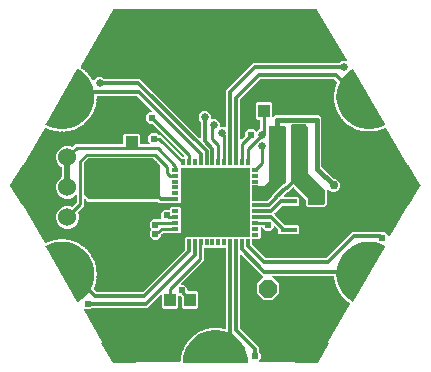
<source format=gbr>
G04 EAGLE Gerber RS-274X export*
G75*
%MOMM*%
%FSLAX34Y34*%
%LPD*%
%INBottom Copper*%
%IPPOS*%
%AMOC8*
5,1,8,0,0,1.08239X$1,22.5*%
G01*
%ADD10R,1.399997X0.400000*%
%ADD11P,1.649562X8X112.500000*%
%ADD12R,1.100000X1.000000*%
%ADD13R,1.000000X1.100000*%
%ADD14R,1.300000X1.500000*%
%ADD15R,1.500000X1.300000*%
%ADD16C,1.524000*%
%ADD17C,1.000000*%
%ADD18R,2.700000X1.600000*%
%ADD19R,0.550000X0.297181*%
%ADD20R,0.297181X0.550000*%
%ADD21R,5.600000X5.600000*%
%ADD22C,0.750000*%
%ADD23C,0.304800*%
%ADD24C,0.604800*%
%ADD25C,0.406400*%
%ADD26C,0.254000*%
%ADD27C,0.508000*%
%ADD28C,0.654800*%

G36*
X-61971Y60594D02*
X-61971Y60594D01*
X-61880Y60602D01*
X-61850Y60614D01*
X-61818Y60619D01*
X-61738Y60662D01*
X-61654Y60698D01*
X-61622Y60724D01*
X-61601Y60735D01*
X-61579Y60758D01*
X-61523Y60803D01*
X-26159Y96167D01*
X-26106Y96241D01*
X-26046Y96310D01*
X-26034Y96340D01*
X-26015Y96366D01*
X-25988Y96453D01*
X-25954Y96538D01*
X-25950Y96579D01*
X-25943Y96602D01*
X-25944Y96634D01*
X-25936Y96705D01*
X-25936Y104284D01*
X-25916Y104332D01*
X-25912Y104373D01*
X-25905Y104395D01*
X-25906Y104428D01*
X-25898Y104499D01*
X-25898Y106264D01*
X-24781Y107381D01*
X28383Y107381D01*
X28403Y107384D01*
X28422Y107382D01*
X28524Y107404D01*
X28626Y107420D01*
X28643Y107430D01*
X28663Y107434D01*
X28752Y107487D01*
X28843Y107536D01*
X28857Y107550D01*
X28874Y107560D01*
X28941Y107639D01*
X29013Y107714D01*
X29021Y107732D01*
X29034Y107747D01*
X29073Y107843D01*
X29116Y107937D01*
X29118Y107957D01*
X29126Y107975D01*
X29144Y108142D01*
X29144Y136630D01*
X29130Y136720D01*
X29122Y136811D01*
X29110Y136841D01*
X29105Y136873D01*
X29082Y136915D01*
X29082Y150425D01*
X29092Y150456D01*
X29126Y150541D01*
X29130Y150582D01*
X29137Y150604D01*
X29136Y150636D01*
X29144Y150707D01*
X29144Y164908D01*
X29141Y164928D01*
X29143Y164947D01*
X29121Y165049D01*
X29105Y165151D01*
X29095Y165168D01*
X29091Y165188D01*
X29038Y165277D01*
X28989Y165368D01*
X28975Y165382D01*
X28965Y165399D01*
X28886Y165466D01*
X28811Y165538D01*
X28793Y165546D01*
X28778Y165559D01*
X28682Y165598D01*
X28588Y165641D01*
X28568Y165643D01*
X28550Y165651D01*
X28383Y165669D01*
X-28383Y165669D01*
X-28403Y165666D01*
X-28422Y165668D01*
X-28524Y165646D01*
X-28626Y165630D01*
X-28643Y165620D01*
X-28663Y165616D01*
X-28752Y165563D01*
X-28843Y165514D01*
X-28857Y165500D01*
X-28874Y165490D01*
X-28941Y165411D01*
X-29013Y165336D01*
X-29021Y165318D01*
X-29034Y165303D01*
X-29073Y165207D01*
X-29116Y165113D01*
X-29118Y165093D01*
X-29126Y165075D01*
X-29144Y164908D01*
X-29144Y136751D01*
X-30261Y135634D01*
X-32026Y135634D01*
X-32116Y135620D01*
X-32207Y135612D01*
X-32237Y135600D01*
X-32259Y135596D01*
X-47809Y135596D01*
X-49022Y136809D01*
X-49096Y136862D01*
X-49166Y136922D01*
X-49196Y136934D01*
X-49222Y136953D01*
X-49309Y136980D01*
X-49394Y137014D01*
X-49435Y137018D01*
X-49457Y137025D01*
X-49489Y137024D01*
X-49560Y137032D01*
X-107468Y137032D01*
X-109253Y138818D01*
X-109825Y139390D01*
X-109883Y139431D01*
X-109935Y139481D01*
X-109982Y139503D01*
X-110024Y139533D01*
X-110093Y139554D01*
X-110158Y139584D01*
X-110210Y139590D01*
X-110260Y139605D01*
X-110331Y139604D01*
X-110402Y139611D01*
X-110453Y139600D01*
X-110505Y139599D01*
X-110573Y139574D01*
X-110643Y139559D01*
X-110688Y139532D01*
X-110736Y139515D01*
X-110792Y139470D01*
X-110854Y139433D01*
X-110888Y139393D01*
X-110928Y139361D01*
X-110967Y139301D01*
X-111014Y139246D01*
X-111033Y139198D01*
X-111061Y139154D01*
X-111079Y139085D01*
X-111106Y139018D01*
X-111114Y138947D01*
X-111122Y138915D01*
X-111120Y138892D01*
X-111124Y138851D01*
X-111124Y133622D01*
X-113207Y131539D01*
X-113208Y131539D01*
X-116447Y128300D01*
X-116515Y128205D01*
X-116585Y128111D01*
X-116587Y128105D01*
X-116590Y128100D01*
X-116625Y127988D01*
X-116661Y127877D01*
X-116661Y127871D01*
X-116663Y127865D01*
X-116660Y127748D01*
X-116658Y127631D01*
X-116656Y127624D01*
X-116656Y127619D01*
X-116650Y127601D01*
X-116612Y127470D01*
X-115887Y125720D01*
X-115887Y121930D01*
X-117337Y118429D01*
X-120017Y115749D01*
X-123518Y114299D01*
X-127307Y114299D01*
X-130808Y115749D01*
X-133488Y118429D01*
X-134938Y121930D01*
X-134938Y125720D01*
X-133488Y129221D01*
X-130808Y131901D01*
X-127307Y133351D01*
X-123518Y133351D01*
X-121768Y132626D01*
X-121654Y132599D01*
X-121540Y132571D01*
X-121534Y132571D01*
X-121528Y132570D01*
X-121412Y132581D01*
X-121295Y132590D01*
X-121289Y132592D01*
X-121283Y132593D01*
X-121176Y132641D01*
X-121069Y132686D01*
X-121063Y132691D01*
X-121058Y132693D01*
X-121045Y132705D01*
X-120938Y132791D01*
X-117699Y136030D01*
X-117646Y136104D01*
X-117586Y136173D01*
X-117574Y136204D01*
X-117555Y136230D01*
X-117528Y136317D01*
X-117494Y136402D01*
X-117490Y136442D01*
X-117483Y136465D01*
X-117484Y136497D01*
X-117476Y136568D01*
X-117476Y141853D01*
X-117487Y141923D01*
X-117489Y141995D01*
X-117507Y142044D01*
X-117515Y142095D01*
X-117549Y142159D01*
X-117574Y142226D01*
X-117606Y142267D01*
X-117631Y142313D01*
X-117683Y142362D01*
X-117727Y142418D01*
X-117771Y142446D01*
X-117809Y142482D01*
X-117874Y142512D01*
X-117934Y142551D01*
X-117985Y142564D01*
X-118032Y142586D01*
X-118103Y142594D01*
X-118173Y142611D01*
X-118225Y142607D01*
X-118276Y142613D01*
X-118347Y142598D01*
X-118418Y142592D01*
X-118466Y142572D01*
X-118517Y142561D01*
X-118578Y142524D01*
X-118644Y142496D01*
X-118700Y142451D01*
X-118728Y142434D01*
X-118743Y142417D01*
X-118775Y142391D01*
X-120017Y141149D01*
X-123518Y139699D01*
X-127307Y139699D01*
X-130808Y141149D01*
X-133488Y143829D01*
X-134938Y147330D01*
X-134938Y151120D01*
X-133488Y154621D01*
X-130808Y157301D01*
X-130328Y157499D01*
X-130229Y157561D01*
X-130129Y157621D01*
X-130124Y157626D01*
X-130119Y157629D01*
X-130045Y157719D01*
X-129969Y157808D01*
X-129966Y157814D01*
X-129962Y157819D01*
X-129921Y157927D01*
X-129877Y158036D01*
X-129876Y158044D01*
X-129874Y158048D01*
X-129873Y158066D01*
X-129858Y158203D01*
X-129858Y165647D01*
X-129877Y165762D01*
X-129894Y165878D01*
X-129897Y165884D01*
X-129898Y165890D01*
X-129953Y165993D01*
X-130006Y166097D01*
X-130010Y166102D01*
X-130013Y166107D01*
X-130098Y166188D01*
X-130181Y166270D01*
X-130188Y166273D01*
X-130191Y166277D01*
X-130208Y166285D01*
X-130328Y166351D01*
X-130808Y166549D01*
X-133488Y169229D01*
X-134938Y172730D01*
X-134938Y176520D01*
X-133488Y180021D01*
X-130808Y182701D01*
X-127307Y184151D01*
X-123518Y184151D01*
X-121767Y183426D01*
X-121654Y183399D01*
X-121540Y183371D01*
X-121534Y183371D01*
X-121528Y183370D01*
X-121411Y183381D01*
X-121295Y183390D01*
X-121289Y183392D01*
X-121283Y183393D01*
X-121176Y183441D01*
X-121069Y183486D01*
X-121063Y183491D01*
X-121058Y183493D01*
X-121045Y183505D01*
X-120938Y183591D01*
X-118790Y185738D01*
X-79042Y185738D01*
X-79022Y185741D01*
X-79003Y185739D01*
X-78901Y185761D01*
X-78799Y185778D01*
X-78782Y185787D01*
X-78762Y185792D01*
X-78673Y185845D01*
X-78582Y185893D01*
X-78568Y185907D01*
X-78551Y185918D01*
X-78484Y185996D01*
X-78412Y186071D01*
X-78404Y186089D01*
X-78391Y186105D01*
X-78352Y186201D01*
X-78309Y186294D01*
X-78307Y186314D01*
X-78299Y186333D01*
X-78281Y186499D01*
X-78281Y193114D01*
X-77164Y194231D01*
X-64586Y194231D01*
X-63469Y193114D01*
X-63469Y186499D01*
X-63466Y186480D01*
X-63468Y186460D01*
X-63446Y186359D01*
X-63430Y186257D01*
X-63420Y186239D01*
X-63416Y186220D01*
X-63363Y186131D01*
X-63314Y186039D01*
X-63300Y186026D01*
X-63290Y186009D01*
X-63211Y185941D01*
X-63136Y185870D01*
X-63118Y185862D01*
X-63103Y185849D01*
X-63007Y185810D01*
X-62913Y185766D01*
X-62893Y185764D01*
X-62875Y185757D01*
X-62708Y185738D01*
X-56435Y185738D01*
X-56365Y185750D01*
X-56293Y185752D01*
X-56244Y185770D01*
X-56192Y185778D01*
X-56129Y185812D01*
X-56062Y185836D01*
X-56021Y185869D01*
X-55975Y185893D01*
X-55926Y185945D01*
X-55870Y185990D01*
X-55842Y186034D01*
X-55806Y186071D01*
X-55776Y186136D01*
X-55737Y186197D01*
X-55724Y186247D01*
X-55702Y186294D01*
X-55694Y186366D01*
X-55677Y186435D01*
X-55681Y186487D01*
X-55675Y186539D01*
X-55690Y186609D01*
X-55696Y186680D01*
X-55716Y186728D01*
X-55727Y186779D01*
X-55764Y186841D01*
X-55792Y186907D01*
X-55837Y186963D01*
X-55853Y186990D01*
X-55871Y187006D01*
X-55897Y187038D01*
X-57317Y188458D01*
X-57317Y192542D01*
X-54429Y195430D01*
X-50346Y195430D01*
X-48814Y193899D01*
X-48741Y193846D01*
X-48671Y193786D01*
X-48641Y193774D01*
X-48615Y193755D01*
X-48528Y193728D01*
X-48443Y193694D01*
X-48402Y193690D01*
X-48380Y193683D01*
X-48347Y193684D01*
X-48276Y193676D01*
X-46367Y193676D01*
X-27895Y175204D01*
X-27821Y175151D01*
X-27751Y175091D01*
X-27721Y175079D01*
X-27695Y175060D01*
X-27608Y175033D01*
X-27523Y174999D01*
X-27482Y174995D01*
X-27460Y174988D01*
X-27428Y174989D01*
X-27426Y174988D01*
X-27421Y174988D01*
X-27356Y174981D01*
X-27322Y174981D01*
X-27251Y174992D01*
X-27180Y174994D01*
X-27131Y175012D01*
X-27079Y175020D01*
X-27016Y175054D01*
X-26949Y175079D01*
X-26908Y175111D01*
X-26862Y175136D01*
X-26813Y175188D01*
X-26757Y175232D01*
X-26729Y175276D01*
X-26693Y175314D01*
X-26663Y175379D01*
X-26624Y175439D01*
X-26611Y175490D01*
X-26589Y175537D01*
X-26581Y175608D01*
X-26564Y175678D01*
X-26568Y175730D01*
X-26562Y175781D01*
X-26577Y175852D01*
X-26583Y175923D01*
X-26603Y175971D01*
X-26614Y176022D01*
X-26651Y176083D01*
X-26679Y176149D01*
X-26724Y176205D01*
X-26740Y176233D01*
X-26758Y176248D01*
X-26784Y176280D01*
X-53313Y202810D01*
X-53387Y202863D01*
X-53457Y202922D01*
X-53487Y202935D01*
X-53513Y202953D01*
X-53600Y202980D01*
X-53685Y203014D01*
X-53726Y203019D01*
X-53748Y203026D01*
X-53780Y203025D01*
X-53852Y203033D01*
X-56017Y203033D01*
X-58905Y205921D01*
X-58905Y210004D01*
X-56017Y212892D01*
X-54480Y212892D01*
X-54410Y212904D01*
X-54338Y212906D01*
X-54289Y212924D01*
X-54238Y212932D01*
X-54174Y212966D01*
X-54107Y212990D01*
X-54066Y213023D01*
X-54020Y213047D01*
X-53971Y213099D01*
X-53915Y213144D01*
X-53887Y213188D01*
X-53851Y213225D01*
X-53821Y213290D01*
X-53782Y213351D01*
X-53769Y213401D01*
X-53747Y213448D01*
X-53739Y213520D01*
X-53722Y213589D01*
X-53726Y213641D01*
X-53720Y213693D01*
X-53735Y213763D01*
X-53741Y213834D01*
X-53761Y213882D01*
X-53772Y213933D01*
X-53809Y213995D01*
X-53837Y214061D01*
X-53882Y214117D01*
X-53899Y214144D01*
X-53916Y214160D01*
X-53942Y214192D01*
X-66285Y226535D01*
X-66359Y226588D01*
X-66429Y226647D01*
X-66459Y226660D01*
X-66485Y226678D01*
X-66572Y226705D01*
X-66657Y226739D01*
X-66698Y226744D01*
X-66720Y226751D01*
X-66752Y226750D01*
X-66823Y226758D01*
X-99696Y226758D01*
X-99809Y226739D01*
X-99922Y226723D01*
X-99930Y226719D01*
X-99939Y226718D01*
X-100040Y226665D01*
X-100142Y226613D01*
X-100149Y226607D01*
X-100156Y226603D01*
X-100235Y226520D01*
X-100316Y226439D01*
X-100320Y226431D01*
X-100326Y226425D01*
X-100374Y226321D01*
X-100424Y226218D01*
X-100426Y226208D01*
X-100429Y226202D01*
X-100432Y226179D01*
X-100455Y226053D01*
X-100468Y225879D01*
X-100465Y225846D01*
X-100468Y225765D01*
X-100411Y225002D01*
X-100424Y224988D01*
X-100463Y224909D01*
X-100510Y224833D01*
X-100517Y224799D01*
X-100533Y224768D01*
X-100563Y224603D01*
X-100709Y222655D01*
X-100706Y222620D01*
X-100711Y222586D01*
X-100695Y222498D01*
X-100687Y222410D01*
X-100673Y222378D01*
X-100667Y222344D01*
X-100617Y222240D01*
X-100787Y221492D01*
X-100789Y221459D01*
X-100804Y221379D01*
X-100861Y220616D01*
X-100876Y220604D01*
X-100927Y220531D01*
X-100984Y220463D01*
X-100997Y220431D01*
X-101016Y220402D01*
X-101071Y220244D01*
X-101506Y218339D01*
X-101508Y218305D01*
X-101518Y218272D01*
X-101515Y218183D01*
X-101521Y218094D01*
X-101512Y218061D01*
X-101511Y218026D01*
X-101476Y217915D01*
X-101756Y217201D01*
X-101763Y217168D01*
X-101790Y217092D01*
X-101960Y216346D01*
X-101976Y216337D01*
X-102038Y216272D01*
X-102104Y216213D01*
X-102121Y216183D01*
X-102145Y216158D01*
X-102223Y216010D01*
X-102936Y214191D01*
X-102942Y214166D01*
X-102944Y214161D01*
X-102945Y214155D01*
X-102959Y214126D01*
X-102969Y214038D01*
X-102988Y213950D01*
X-102984Y213916D01*
X-102988Y213882D01*
X-102971Y213767D01*
X-103354Y213102D01*
X-103366Y213071D01*
X-103404Y213000D01*
X-103683Y212287D01*
X-103701Y212281D01*
X-103771Y212226D01*
X-103845Y212178D01*
X-103867Y212151D01*
X-103894Y212129D01*
X-103994Y211994D01*
X-104970Y210302D01*
X-104982Y210270D01*
X-105001Y210241D01*
X-105025Y210155D01*
X-105057Y210072D01*
X-105058Y210037D01*
X-105067Y210004D01*
X-105067Y209888D01*
X-105545Y209288D01*
X-105561Y209259D01*
X-105609Y209194D01*
X-105992Y208531D01*
X-106010Y208527D01*
X-106087Y208483D01*
X-106168Y208447D01*
X-106194Y208423D01*
X-106224Y208406D01*
X-106342Y208287D01*
X-107560Y206760D01*
X-107577Y206729D01*
X-107600Y206704D01*
X-107637Y206623D01*
X-107680Y206545D01*
X-107686Y206511D01*
X-107701Y206479D01*
X-107718Y206364D01*
X-108280Y205842D01*
X-108300Y205816D01*
X-108357Y205759D01*
X-108834Y205160D01*
X-108853Y205160D01*
X-108936Y205128D01*
X-109022Y205104D01*
X-109050Y205084D01*
X-109083Y205072D01*
X-109218Y204972D01*
X-110649Y203643D01*
X-110670Y203615D01*
X-110697Y203594D01*
X-110745Y203519D01*
X-110800Y203448D01*
X-110811Y203416D01*
X-110830Y203387D01*
X-110864Y203276D01*
X-111498Y202843D01*
X-111522Y202821D01*
X-111587Y202772D01*
X-112148Y202251D01*
X-112166Y202253D01*
X-112253Y202234D01*
X-112342Y202223D01*
X-112373Y202208D01*
X-112407Y202201D01*
X-112555Y202122D01*
X-114168Y201021D01*
X-114193Y200997D01*
X-114223Y200980D01*
X-114282Y200913D01*
X-114346Y200852D01*
X-114363Y200821D01*
X-114385Y200795D01*
X-114436Y200690D01*
X-115127Y200357D01*
X-115154Y200338D01*
X-115225Y200300D01*
X-115858Y199869D01*
X-115876Y199874D01*
X-115964Y199868D01*
X-116053Y199870D01*
X-116086Y199860D01*
X-116121Y199857D01*
X-116279Y199802D01*
X-118039Y198953D01*
X-118067Y198934D01*
X-118100Y198921D01*
X-118168Y198863D01*
X-118240Y198812D01*
X-118261Y198784D01*
X-118287Y198762D01*
X-118353Y198666D01*
X-119086Y198440D01*
X-119115Y198425D01*
X-119192Y198398D01*
X-119881Y198066D01*
X-119898Y198073D01*
X-119987Y198080D01*
X-120075Y198096D01*
X-120109Y198091D01*
X-120143Y198094D01*
X-120308Y198062D01*
X-122175Y197486D01*
X-122206Y197470D01*
X-122239Y197462D01*
X-122315Y197416D01*
X-122395Y197376D01*
X-122419Y197351D01*
X-122449Y197333D01*
X-122528Y197248D01*
X-123286Y197133D01*
X-123317Y197123D01*
X-123397Y197108D01*
X-124128Y196882D01*
X-124144Y196892D01*
X-124231Y196913D01*
X-124315Y196941D01*
X-124350Y196941D01*
X-124384Y196949D01*
X-124551Y196942D01*
X-126483Y196651D01*
X-126516Y196640D01*
X-126550Y196637D01*
X-126632Y196602D01*
X-126717Y196575D01*
X-126745Y196554D01*
X-126777Y196541D01*
X-126867Y196468D01*
X-127634Y196468D01*
X-127667Y196463D01*
X-127748Y196459D01*
X-128505Y196345D01*
X-128519Y196357D01*
X-128602Y196391D01*
X-128681Y196431D01*
X-128715Y196436D01*
X-128747Y196449D01*
X-128914Y196468D01*
X-130867Y196467D01*
X-130901Y196461D01*
X-130936Y196464D01*
X-131022Y196442D01*
X-131110Y196427D01*
X-131141Y196411D01*
X-131174Y196402D01*
X-131275Y196344D01*
X-132033Y196458D01*
X-132066Y196458D01*
X-132147Y196467D01*
X-132912Y196466D01*
X-132924Y196481D01*
X-133001Y196526D01*
X-133073Y196578D01*
X-133106Y196588D01*
X-133136Y196605D01*
X-133298Y196648D01*
X-135230Y196939D01*
X-135265Y196939D01*
X-135299Y196946D01*
X-135387Y196937D01*
X-135476Y196936D01*
X-135509Y196924D01*
X-135543Y196921D01*
X-135651Y196878D01*
X-136384Y197104D01*
X-136417Y197108D01*
X-136495Y197129D01*
X-137252Y197243D01*
X-137262Y197259D01*
X-137331Y197315D01*
X-137395Y197377D01*
X-137426Y197392D01*
X-137453Y197414D01*
X-137607Y197481D01*
X-139474Y198056D01*
X-139508Y198061D01*
X-139541Y198073D01*
X-139630Y198077D01*
X-139718Y198089D01*
X-139752Y198083D01*
X-139786Y198084D01*
X-139900Y198058D01*
X-140591Y198391D01*
X-140623Y198400D01*
X-140697Y198433D01*
X-141428Y198658D01*
X-141436Y198675D01*
X-141496Y198741D01*
X-141550Y198812D01*
X-141578Y198831D01*
X-141602Y198857D01*
X-141744Y198946D01*
X-143295Y199692D01*
X-143405Y199725D01*
X-143514Y199760D01*
X-143523Y199759D01*
X-143531Y199762D01*
X-143645Y199758D01*
X-143760Y199756D01*
X-143768Y199753D01*
X-143777Y199752D01*
X-143884Y199712D01*
X-143992Y199674D01*
X-143999Y199668D01*
X-144007Y199665D01*
X-144096Y199593D01*
X-144185Y199522D01*
X-144192Y199514D01*
X-144197Y199509D01*
X-144210Y199489D01*
X-144285Y199387D01*
X-162808Y167303D01*
X-163416Y167723D01*
X-163443Y167735D01*
X-163465Y167753D01*
X-163534Y167774D01*
X-163599Y167801D01*
X-163628Y167802D01*
X-163656Y167810D01*
X-163727Y167802D01*
X-163798Y167802D01*
X-163825Y167791D01*
X-163854Y167788D01*
X-163916Y167753D01*
X-163981Y167725D01*
X-164002Y167704D01*
X-164027Y167690D01*
X-164090Y167613D01*
X-164120Y167582D01*
X-164124Y167572D01*
X-164133Y167562D01*
X-173633Y151062D01*
X-173657Y150989D01*
X-173688Y150918D01*
X-173688Y150895D01*
X-173696Y150873D01*
X-173690Y150796D01*
X-173691Y150719D01*
X-173681Y150695D01*
X-173680Y150675D01*
X-173659Y150635D01*
X-173640Y150583D01*
X-173639Y150578D01*
X-173637Y150576D01*
X-173633Y150563D01*
X-164133Y134063D01*
X-164114Y134042D01*
X-164101Y134015D01*
X-164048Y133968D01*
X-164001Y133914D01*
X-163975Y133902D01*
X-163954Y133882D01*
X-163886Y133859D01*
X-163822Y133828D01*
X-163793Y133827D01*
X-163766Y133818D01*
X-163694Y133822D01*
X-163623Y133819D01*
X-163596Y133829D01*
X-163567Y133831D01*
X-163477Y133874D01*
X-163437Y133888D01*
X-163429Y133896D01*
X-163416Y133902D01*
X-162808Y134322D01*
X-144285Y102238D01*
X-144212Y102149D01*
X-144142Y102059D01*
X-144135Y102054D01*
X-144129Y102048D01*
X-144032Y101987D01*
X-143937Y101924D01*
X-143928Y101922D01*
X-143921Y101917D01*
X-143809Y101890D01*
X-143699Y101861D01*
X-143690Y101861D01*
X-143682Y101859D01*
X-143568Y101869D01*
X-143454Y101877D01*
X-143444Y101880D01*
X-143437Y101881D01*
X-143415Y101890D01*
X-143295Y101933D01*
X-141744Y102679D01*
X-141715Y102699D01*
X-141683Y102712D01*
X-141615Y102769D01*
X-141542Y102820D01*
X-141522Y102848D01*
X-141495Y102871D01*
X-141430Y102967D01*
X-140697Y103192D01*
X-140667Y103207D01*
X-140591Y103234D01*
X-139901Y103566D01*
X-139884Y103558D01*
X-139795Y103551D01*
X-139708Y103535D01*
X-139673Y103541D01*
X-139639Y103538D01*
X-139474Y103569D01*
X-137607Y104144D01*
X-137576Y104160D01*
X-137542Y104168D01*
X-137467Y104214D01*
X-137387Y104254D01*
X-137362Y104278D01*
X-137333Y104296D01*
X-137254Y104382D01*
X-136495Y104496D01*
X-136464Y104506D01*
X-136384Y104521D01*
X-135653Y104746D01*
X-135637Y104737D01*
X-135551Y104716D01*
X-135466Y104688D01*
X-135432Y104688D01*
X-135398Y104680D01*
X-135230Y104686D01*
X-133298Y104977D01*
X-133266Y104987D01*
X-133231Y104990D01*
X-133149Y105025D01*
X-133064Y105052D01*
X-133037Y105073D01*
X-133005Y105086D01*
X-132914Y105159D01*
X-132147Y105158D01*
X-132114Y105164D01*
X-132033Y105167D01*
X-131276Y105281D01*
X-131262Y105269D01*
X-131179Y105235D01*
X-131100Y105195D01*
X-131066Y105190D01*
X-131034Y105177D01*
X-130867Y105158D01*
X-128914Y105157D01*
X-128880Y105163D01*
X-128845Y105160D01*
X-128759Y105183D01*
X-128671Y105197D01*
X-128641Y105213D01*
X-128607Y105222D01*
X-128506Y105280D01*
X-127748Y105165D01*
X-127715Y105166D01*
X-127634Y105157D01*
X-126869Y105157D01*
X-126857Y105143D01*
X-126780Y105097D01*
X-126708Y105045D01*
X-126675Y105035D01*
X-126645Y105018D01*
X-126483Y104974D01*
X-124551Y104683D01*
X-124517Y104683D01*
X-124483Y104675D01*
X-124394Y104685D01*
X-124305Y104686D01*
X-124272Y104697D01*
X-124238Y104701D01*
X-124130Y104743D01*
X-123397Y104517D01*
X-123364Y104512D01*
X-123286Y104492D01*
X-122529Y104377D01*
X-122519Y104361D01*
X-122450Y104305D01*
X-122387Y104243D01*
X-122355Y104228D01*
X-122328Y104206D01*
X-122175Y104139D01*
X-120308Y103563D01*
X-120274Y103558D01*
X-120241Y103546D01*
X-120152Y103541D01*
X-120064Y103529D01*
X-120030Y103536D01*
X-119996Y103534D01*
X-119883Y103560D01*
X-119192Y103227D01*
X-119160Y103218D01*
X-119086Y103185D01*
X-118354Y102960D01*
X-118347Y102942D01*
X-118287Y102877D01*
X-118233Y102806D01*
X-118204Y102786D01*
X-118181Y102761D01*
X-118039Y102672D01*
X-116279Y101823D01*
X-116246Y101814D01*
X-116216Y101796D01*
X-116129Y101779D01*
X-116043Y101754D01*
X-116009Y101755D01*
X-115975Y101748D01*
X-115859Y101757D01*
X-115225Y101325D01*
X-115195Y101311D01*
X-115127Y101268D01*
X-114437Y100936D01*
X-114432Y100918D01*
X-114383Y100843D01*
X-114340Y100765D01*
X-114315Y100742D01*
X-114296Y100713D01*
X-114168Y100604D01*
X-112555Y99503D01*
X-112523Y99488D01*
X-112496Y99467D01*
X-112412Y99437D01*
X-112332Y99399D01*
X-112297Y99395D01*
X-112265Y99383D01*
X-112149Y99375D01*
X-111587Y98853D01*
X-111559Y98834D01*
X-111498Y98782D01*
X-110865Y98350D01*
X-110863Y98332D01*
X-110826Y98251D01*
X-110795Y98168D01*
X-110773Y98141D01*
X-110759Y98109D01*
X-110649Y97982D01*
X-109218Y96653D01*
X-109189Y96634D01*
X-109165Y96609D01*
X-109087Y96566D01*
X-109013Y96517D01*
X-108979Y96508D01*
X-108949Y96492D01*
X-108835Y96466D01*
X-108357Y95866D01*
X-108333Y95844D01*
X-108280Y95783D01*
X-107719Y95262D01*
X-107720Y95243D01*
X-107694Y95158D01*
X-107677Y95071D01*
X-107659Y95041D01*
X-107649Y95007D01*
X-107560Y94865D01*
X-106342Y93338D01*
X-106317Y93314D01*
X-106297Y93286D01*
X-106226Y93232D01*
X-106160Y93173D01*
X-106128Y93159D01*
X-106101Y93138D01*
X-105992Y93096D01*
X-105609Y92431D01*
X-105588Y92406D01*
X-105545Y92337D01*
X-105068Y91739D01*
X-105071Y91720D01*
X-105059Y91632D01*
X-105055Y91543D01*
X-105042Y91511D01*
X-105037Y91477D01*
X-104970Y91323D01*
X-103994Y89631D01*
X-103972Y89604D01*
X-103956Y89573D01*
X-103894Y89509D01*
X-103838Y89441D01*
X-103808Y89422D01*
X-103784Y89397D01*
X-103684Y89339D01*
X-103403Y88625D01*
X-103387Y88597D01*
X-103354Y88523D01*
X-102972Y87860D01*
X-102978Y87842D01*
X-102979Y87753D01*
X-102987Y87664D01*
X-102980Y87631D01*
X-102980Y87596D01*
X-102936Y87434D01*
X-102223Y85615D01*
X-102206Y85586D01*
X-102195Y85553D01*
X-102143Y85480D01*
X-102098Y85404D01*
X-102071Y85381D01*
X-102051Y85353D01*
X-101960Y85281D01*
X-101790Y84533D01*
X-101777Y84502D01*
X-101756Y84424D01*
X-101477Y83712D01*
X-101486Y83695D01*
X-101500Y83607D01*
X-101522Y83521D01*
X-101519Y83486D01*
X-101525Y83452D01*
X-101506Y83286D01*
X-101071Y81381D01*
X-101058Y81349D01*
X-101053Y81315D01*
X-101012Y81236D01*
X-100979Y81153D01*
X-100956Y81127D01*
X-100940Y81096D01*
X-100861Y81011D01*
X-100804Y80246D01*
X-100796Y80214D01*
X-100787Y80133D01*
X-100617Y79387D01*
X-100628Y79372D01*
X-100655Y79287D01*
X-100690Y79205D01*
X-100692Y79171D01*
X-100703Y79138D01*
X-100709Y78970D01*
X-100563Y77022D01*
X-100555Y76988D01*
X-100555Y76954D01*
X-100527Y76869D01*
X-100506Y76783D01*
X-100487Y76754D01*
X-100476Y76721D01*
X-100411Y76625D01*
X-100468Y75860D01*
X-100465Y75827D01*
X-100468Y75746D01*
X-100411Y74983D01*
X-100424Y74970D01*
X-100464Y74890D01*
X-100510Y74814D01*
X-100518Y74780D01*
X-100533Y74749D01*
X-100564Y74584D01*
X-100711Y72636D01*
X-100708Y72602D01*
X-100713Y72567D01*
X-100697Y72480D01*
X-100689Y72391D01*
X-100676Y72359D01*
X-100669Y72325D01*
X-100619Y72221D01*
X-100790Y71473D01*
X-100792Y71440D01*
X-100807Y71360D01*
X-100864Y70597D01*
X-100879Y70586D01*
X-100930Y70513D01*
X-100932Y70510D01*
X-100935Y70508D01*
X-100935Y70507D01*
X-100987Y70445D01*
X-101000Y70412D01*
X-101020Y70384D01*
X-101075Y70226D01*
X-101510Y68321D01*
X-101512Y68287D01*
X-101523Y68253D01*
X-101520Y68164D01*
X-101526Y68076D01*
X-101517Y68042D01*
X-101516Y68008D01*
X-101481Y67897D01*
X-101762Y67183D01*
X-101769Y67151D01*
X-101795Y67074D01*
X-101966Y66328D01*
X-101982Y66319D01*
X-102044Y66254D01*
X-102110Y66195D01*
X-102128Y66165D01*
X-102151Y66140D01*
X-102230Y65992D01*
X-102944Y64174D01*
X-102951Y64140D01*
X-102966Y64109D01*
X-102977Y64020D01*
X-102996Y63933D01*
X-102992Y63899D01*
X-102996Y63864D01*
X-102971Y63699D01*
X-102961Y63662D01*
X-102961Y63660D01*
X-102972Y63617D01*
X-102966Y63537D01*
X-102968Y63458D01*
X-102956Y63415D01*
X-102953Y63372D01*
X-102921Y63298D01*
X-102899Y63222D01*
X-102874Y63186D01*
X-102856Y63145D01*
X-102766Y63032D01*
X-102758Y63021D01*
X-102755Y63018D01*
X-102751Y63014D01*
X-100540Y60803D01*
X-100466Y60750D01*
X-100396Y60690D01*
X-100366Y60678D01*
X-100340Y60659D01*
X-100253Y60632D01*
X-100168Y60598D01*
X-100127Y60594D01*
X-100105Y60587D01*
X-100073Y60588D01*
X-100002Y60580D01*
X-62061Y60580D01*
X-61971Y60594D01*
G37*
G36*
X-13205Y190577D02*
X-13205Y190577D01*
X-13153Y190579D01*
X-13085Y190603D01*
X-13015Y190619D01*
X-12971Y190645D01*
X-12922Y190663D01*
X-12866Y190708D01*
X-12804Y190745D01*
X-12770Y190784D01*
X-12730Y190817D01*
X-12691Y190877D01*
X-12644Y190932D01*
X-12625Y190980D01*
X-12597Y191024D01*
X-12579Y191093D01*
X-12552Y191160D01*
X-12544Y191231D01*
X-12537Y191262D01*
X-12538Y191286D01*
X-12534Y191327D01*
X-12534Y204173D01*
X-12549Y204263D01*
X-12556Y204354D01*
X-12568Y204383D01*
X-12574Y204415D01*
X-12616Y204496D01*
X-12652Y204580D01*
X-12678Y204612D01*
X-12689Y204633D01*
X-12712Y204655D01*
X-12757Y204711D01*
X-14284Y206238D01*
X-14284Y210529D01*
X-11250Y213563D01*
X-6959Y213563D01*
X-3924Y210529D01*
X-3924Y207553D01*
X-3921Y207534D01*
X-3923Y207514D01*
X-3901Y207413D01*
X-3885Y207311D01*
X-3875Y207293D01*
X-3871Y207274D01*
X-3818Y207185D01*
X-3770Y207093D01*
X-3755Y207080D01*
X-3745Y207063D01*
X-3666Y206995D01*
X-3591Y206924D01*
X-3573Y206916D01*
X-3558Y206903D01*
X-3462Y206864D01*
X-3368Y206820D01*
X-3348Y206818D01*
X-3330Y206811D01*
X-3163Y206792D01*
X558Y206792D01*
X3592Y203758D01*
X3592Y201203D01*
X3595Y201184D01*
X3593Y201164D01*
X3615Y201063D01*
X3632Y200961D01*
X3641Y200943D01*
X3646Y200924D01*
X3699Y200835D01*
X3747Y200743D01*
X3761Y200730D01*
X3772Y200713D01*
X3850Y200645D01*
X3925Y200574D01*
X3943Y200566D01*
X3959Y200553D01*
X4055Y200514D01*
X4148Y200470D01*
X4168Y200468D01*
X4187Y200461D01*
X4353Y200442D01*
X7424Y200442D01*
X7774Y200092D01*
X7832Y200050D01*
X7884Y200001D01*
X7931Y199979D01*
X7973Y199948D01*
X8042Y199927D01*
X8107Y199897D01*
X8159Y199891D01*
X8209Y199876D01*
X8280Y199878D01*
X8351Y199870D01*
X8402Y199881D01*
X8454Y199882D01*
X8522Y199907D01*
X8592Y199922D01*
X8637Y199949D01*
X8685Y199967D01*
X8741Y200012D01*
X8803Y200049D01*
X8837Y200088D01*
X8877Y200121D01*
X8916Y200181D01*
X8963Y200235D01*
X8982Y200284D01*
X9010Y200328D01*
X9028Y200397D01*
X9055Y200464D01*
X9063Y200535D01*
X9071Y200566D01*
X9069Y200589D01*
X9073Y200630D01*
X9073Y231411D01*
X31917Y254255D01*
X104421Y254255D01*
X104511Y254269D01*
X104602Y254277D01*
X104632Y254289D01*
X104664Y254294D01*
X104744Y254337D01*
X104828Y254373D01*
X104860Y254399D01*
X104881Y254410D01*
X104903Y254433D01*
X104959Y254478D01*
X106382Y255900D01*
X110339Y255900D01*
X110433Y255916D01*
X110528Y255924D01*
X110554Y255935D01*
X110582Y255940D01*
X110666Y255984D01*
X110754Y256023D01*
X110775Y256042D01*
X110800Y256055D01*
X110865Y256124D01*
X110936Y256188D01*
X110950Y256213D01*
X110969Y256233D01*
X111009Y256320D01*
X111055Y256403D01*
X111061Y256431D01*
X111073Y256456D01*
X111083Y256551D01*
X111100Y256645D01*
X111097Y256673D01*
X111100Y256701D01*
X111079Y256794D01*
X111066Y256888D01*
X111052Y256921D01*
X111047Y256941D01*
X111031Y256969D01*
X110999Y257042D01*
X86384Y299677D01*
X86341Y299730D01*
X86307Y299787D01*
X86264Y299824D01*
X86228Y299867D01*
X86171Y299903D01*
X86120Y299947D01*
X86067Y299968D01*
X86020Y299998D01*
X85954Y300014D01*
X85891Y300039D01*
X85813Y300048D01*
X85781Y300056D01*
X85760Y300054D01*
X85725Y300058D01*
X-85725Y300058D01*
X-85791Y300047D01*
X-85859Y300046D01*
X-85912Y300027D01*
X-85967Y300018D01*
X-86027Y299986D01*
X-86091Y299964D01*
X-86135Y299929D01*
X-86185Y299903D01*
X-86231Y299854D01*
X-86285Y299812D01*
X-86332Y299748D01*
X-86354Y299725D01*
X-86363Y299706D01*
X-86384Y299677D01*
X-114208Y251483D01*
X-114249Y251375D01*
X-114292Y251270D01*
X-114292Y251261D01*
X-114295Y251253D01*
X-114299Y251139D01*
X-114306Y251024D01*
X-114304Y251016D01*
X-114304Y251007D01*
X-114272Y250897D01*
X-114242Y250787D01*
X-114237Y250779D01*
X-114234Y250771D01*
X-114168Y250677D01*
X-114105Y250582D01*
X-114097Y250575D01*
X-114093Y250570D01*
X-114074Y250556D01*
X-113978Y250473D01*
X-112570Y249514D01*
X-112538Y249499D01*
X-112511Y249478D01*
X-112427Y249448D01*
X-112347Y249410D01*
X-112312Y249406D01*
X-112280Y249395D01*
X-112164Y249386D01*
X-111601Y248864D01*
X-111574Y248846D01*
X-111512Y248794D01*
X-110880Y248363D01*
X-110878Y248344D01*
X-110840Y248264D01*
X-110809Y248180D01*
X-110788Y248153D01*
X-110773Y248121D01*
X-110663Y247995D01*
X-109231Y246666D01*
X-109202Y246647D01*
X-109178Y246622D01*
X-109100Y246580D01*
X-109026Y246530D01*
X-108992Y246521D01*
X-108962Y246505D01*
X-108849Y246479D01*
X-108370Y245880D01*
X-108346Y245858D01*
X-108293Y245796D01*
X-107731Y245276D01*
X-107732Y245257D01*
X-107707Y245172D01*
X-107689Y245085D01*
X-107672Y245055D01*
X-107662Y245022D01*
X-107572Y244880D01*
X-106354Y243353D01*
X-106328Y243330D01*
X-106308Y243301D01*
X-106237Y243248D01*
X-106171Y243188D01*
X-106139Y243174D01*
X-106112Y243153D01*
X-106004Y243111D01*
X-105620Y242447D01*
X-105599Y242421D01*
X-105556Y242353D01*
X-105078Y241755D01*
X-105082Y241736D01*
X-105069Y241648D01*
X-105065Y241559D01*
X-105052Y241527D01*
X-105047Y241493D01*
X-104980Y241339D01*
X-104196Y239982D01*
X-104120Y239889D01*
X-104046Y239797D01*
X-104042Y239795D01*
X-104040Y239792D01*
X-103939Y239728D01*
X-103839Y239664D01*
X-103835Y239663D01*
X-103831Y239661D01*
X-103715Y239633D01*
X-103601Y239604D01*
X-103596Y239604D01*
X-103592Y239603D01*
X-103473Y239614D01*
X-103355Y239623D01*
X-103351Y239625D01*
X-103347Y239625D01*
X-103238Y239673D01*
X-103129Y239720D01*
X-103125Y239723D01*
X-103122Y239724D01*
X-103112Y239734D01*
X-102998Y239824D01*
X-100043Y242779D01*
X-95752Y242779D01*
X-94225Y241252D01*
X-94151Y241199D01*
X-94082Y241140D01*
X-94052Y241127D01*
X-94025Y241109D01*
X-93939Y241082D01*
X-93854Y241048D01*
X-93813Y241043D01*
X-93790Y241036D01*
X-93758Y241037D01*
X-93687Y241029D01*
X-64074Y241029D01*
X-13833Y190788D01*
X-13775Y190747D01*
X-13723Y190697D01*
X-13676Y190675D01*
X-13634Y190645D01*
X-13565Y190624D01*
X-13500Y190594D01*
X-13448Y190588D01*
X-13399Y190572D01*
X-13327Y190574D01*
X-13256Y190566D01*
X-13205Y190577D01*
G37*
G36*
X93604Y89169D02*
X93604Y89169D01*
X93695Y89177D01*
X93725Y89189D01*
X93757Y89194D01*
X93837Y89237D01*
X93921Y89273D01*
X93953Y89299D01*
X93974Y89310D01*
X93996Y89333D01*
X94052Y89378D01*
X116054Y111380D01*
X141174Y111380D01*
X141185Y111372D01*
X141272Y111345D01*
X141357Y111311D01*
X141398Y111306D01*
X141420Y111299D01*
X141452Y111300D01*
X141523Y111292D01*
X143329Y111292D01*
X146221Y108400D01*
X146225Y108379D01*
X146223Y108331D01*
X146245Y108258D01*
X146257Y108183D01*
X146279Y108141D01*
X146293Y108095D01*
X146337Y108033D01*
X146372Y107966D01*
X146407Y107933D01*
X146434Y107894D01*
X146495Y107849D01*
X146550Y107797D01*
X146594Y107776D01*
X146633Y107748D01*
X146705Y107725D01*
X146773Y107693D01*
X146821Y107688D01*
X146867Y107673D01*
X146943Y107674D01*
X147018Y107666D01*
X147065Y107676D01*
X147113Y107677D01*
X147184Y107702D01*
X147258Y107718D01*
X147299Y107743D01*
X147345Y107759D01*
X147404Y107806D01*
X147469Y107844D01*
X147501Y107881D01*
X147538Y107910D01*
X147615Y108014D01*
X147629Y108031D01*
X147632Y108037D01*
X147638Y108046D01*
X162808Y134322D01*
X163416Y133902D01*
X163443Y133890D01*
X163465Y133872D01*
X163534Y133852D01*
X163599Y133824D01*
X163628Y133823D01*
X163656Y133815D01*
X163727Y133823D01*
X163798Y133823D01*
X163825Y133834D01*
X163854Y133837D01*
X163916Y133873D01*
X163981Y133900D01*
X164002Y133921D01*
X164027Y133935D01*
X164090Y134012D01*
X164120Y134043D01*
X164124Y134053D01*
X164133Y134063D01*
X173633Y150563D01*
X173643Y150595D01*
X173652Y150608D01*
X173656Y150633D01*
X173657Y150636D01*
X173688Y150707D01*
X173688Y150730D01*
X173696Y150752D01*
X173690Y150829D01*
X173691Y150906D01*
X173681Y150930D01*
X173680Y150950D01*
X173659Y150990D01*
X173633Y151062D01*
X164133Y167562D01*
X164114Y167583D01*
X164101Y167610D01*
X164048Y167657D01*
X164001Y167711D01*
X163975Y167723D01*
X163954Y167743D01*
X163886Y167766D01*
X163822Y167797D01*
X163793Y167798D01*
X163766Y167807D01*
X163694Y167803D01*
X163623Y167806D01*
X163596Y167796D01*
X163567Y167794D01*
X163477Y167751D01*
X163437Y167737D01*
X163429Y167729D01*
X163416Y167723D01*
X162808Y167303D01*
X144285Y199387D01*
X144212Y199476D01*
X144142Y199566D01*
X144135Y199571D01*
X144129Y199577D01*
X144032Y199638D01*
X143937Y199701D01*
X143928Y199703D01*
X143921Y199708D01*
X143809Y199735D01*
X143699Y199764D01*
X143690Y199764D01*
X143682Y199766D01*
X143568Y199756D01*
X143454Y199748D01*
X143444Y199745D01*
X143437Y199744D01*
X143415Y199735D01*
X143295Y199692D01*
X141744Y198946D01*
X141715Y198926D01*
X141683Y198913D01*
X141615Y198856D01*
X141542Y198805D01*
X141522Y198777D01*
X141495Y198755D01*
X141430Y198658D01*
X140697Y198433D01*
X140667Y198418D01*
X140591Y198391D01*
X139901Y198059D01*
X139884Y198067D01*
X139795Y198074D01*
X139708Y198090D01*
X139673Y198084D01*
X139639Y198087D01*
X139474Y198056D01*
X137607Y197481D01*
X137576Y197465D01*
X137542Y197457D01*
X137467Y197411D01*
X137387Y197371D01*
X137362Y197347D01*
X137333Y197329D01*
X137254Y197243D01*
X136495Y197129D01*
X136464Y197119D01*
X136384Y197104D01*
X135653Y196879D01*
X135637Y196888D01*
X135551Y196909D01*
X135466Y196937D01*
X135432Y196937D01*
X135398Y196945D01*
X135230Y196939D01*
X133298Y196648D01*
X133266Y196638D01*
X133231Y196635D01*
X133149Y196600D01*
X133064Y196573D01*
X133037Y196552D01*
X133005Y196539D01*
X132914Y196466D01*
X132147Y196467D01*
X132114Y196461D01*
X132033Y196458D01*
X131276Y196344D01*
X131262Y196356D01*
X131179Y196390D01*
X131100Y196430D01*
X131066Y196435D01*
X131034Y196448D01*
X130867Y196467D01*
X128914Y196468D01*
X128880Y196462D01*
X128845Y196465D01*
X128759Y196442D01*
X128671Y196428D01*
X128641Y196412D01*
X128607Y196403D01*
X128506Y196345D01*
X127748Y196459D01*
X127715Y196459D01*
X127634Y196468D01*
X126869Y196468D01*
X126857Y196482D01*
X126780Y196528D01*
X126708Y196580D01*
X126675Y196590D01*
X126645Y196607D01*
X126483Y196651D01*
X124551Y196942D01*
X124517Y196942D01*
X124483Y196950D01*
X124394Y196940D01*
X124305Y196939D01*
X124273Y196928D01*
X124238Y196924D01*
X124130Y196882D01*
X123397Y197108D01*
X123364Y197113D01*
X123286Y197133D01*
X122529Y197248D01*
X122519Y197264D01*
X122450Y197320D01*
X122387Y197382D01*
X122355Y197397D01*
X122328Y197419D01*
X122175Y197486D01*
X120308Y198062D01*
X120274Y198067D01*
X120242Y198079D01*
X120153Y198083D01*
X120064Y198096D01*
X120030Y198089D01*
X119996Y198091D01*
X119883Y198065D01*
X119192Y198398D01*
X119160Y198407D01*
X119086Y198439D01*
X118354Y198665D01*
X118347Y198683D01*
X118287Y198748D01*
X118233Y198819D01*
X118204Y198839D01*
X118181Y198864D01*
X118039Y198953D01*
X116279Y199802D01*
X116246Y199811D01*
X116216Y199829D01*
X116129Y199846D01*
X116043Y199871D01*
X116009Y199870D01*
X115975Y199877D01*
X115859Y199868D01*
X115225Y200300D01*
X115195Y200314D01*
X115127Y200357D01*
X114437Y200689D01*
X114432Y200707D01*
X114383Y200782D01*
X114340Y200860D01*
X114315Y200883D01*
X114296Y200912D01*
X114168Y201021D01*
X112555Y202122D01*
X112523Y202137D01*
X112496Y202158D01*
X112412Y202188D01*
X112332Y202226D01*
X112297Y202230D01*
X112265Y202242D01*
X112149Y202250D01*
X111587Y202772D01*
X111559Y202791D01*
X111498Y202843D01*
X110865Y203275D01*
X110863Y203293D01*
X110826Y203374D01*
X110795Y203457D01*
X110773Y203484D01*
X110759Y203516D01*
X110649Y203643D01*
X109218Y204972D01*
X109189Y204991D01*
X109165Y205016D01*
X109087Y205059D01*
X109013Y205108D01*
X108979Y205117D01*
X108949Y205133D01*
X108835Y205159D01*
X108357Y205759D01*
X108333Y205781D01*
X108280Y205842D01*
X107719Y206363D01*
X107720Y206382D01*
X107694Y206467D01*
X107677Y206554D01*
X107659Y206584D01*
X107649Y206618D01*
X107560Y206760D01*
X106342Y208287D01*
X106317Y208310D01*
X106297Y208339D01*
X106226Y208393D01*
X106160Y208452D01*
X106128Y208466D01*
X106101Y208487D01*
X105992Y208529D01*
X105609Y209194D01*
X105588Y209219D01*
X105545Y209288D01*
X105068Y209886D01*
X105071Y209905D01*
X105059Y209993D01*
X105055Y210082D01*
X105042Y210114D01*
X105037Y210148D01*
X104970Y210302D01*
X103993Y211994D01*
X103972Y212021D01*
X103956Y212052D01*
X103894Y212116D01*
X103838Y212184D01*
X103808Y212203D01*
X103784Y212228D01*
X103684Y212286D01*
X103404Y213000D01*
X103387Y213028D01*
X103354Y213102D01*
X102972Y213765D01*
X102978Y213783D01*
X102979Y213872D01*
X102988Y213961D01*
X102980Y213994D01*
X102980Y214029D01*
X102936Y214191D01*
X102223Y216010D01*
X102206Y216039D01*
X102195Y216073D01*
X102143Y216145D01*
X102098Y216221D01*
X102071Y216244D01*
X102051Y216272D01*
X101960Y216344D01*
X101790Y217092D01*
X101777Y217123D01*
X101756Y217201D01*
X101477Y217913D01*
X101486Y217930D01*
X101500Y218018D01*
X101522Y218104D01*
X101519Y218139D01*
X101525Y218173D01*
X101506Y218339D01*
X101071Y220244D01*
X101058Y220276D01*
X101053Y220310D01*
X101012Y220389D01*
X100979Y220472D01*
X100956Y220498D01*
X100940Y220529D01*
X100861Y220614D01*
X100804Y221379D01*
X100796Y221411D01*
X100787Y221492D01*
X100617Y222238D01*
X100628Y222253D01*
X100655Y222338D01*
X100690Y222420D01*
X100692Y222454D01*
X100703Y222487D01*
X100709Y222655D01*
X100563Y224603D01*
X100555Y224637D01*
X100555Y224671D01*
X100527Y224756D01*
X100506Y224842D01*
X100487Y224871D01*
X100476Y224904D01*
X100411Y225000D01*
X100468Y225765D01*
X100465Y225798D01*
X100468Y225879D01*
X100411Y226642D01*
X100425Y226655D01*
X100464Y226735D01*
X100510Y226811D01*
X100518Y226845D01*
X100533Y226876D01*
X100564Y227041D01*
X100711Y228989D01*
X100708Y229023D01*
X100713Y229058D01*
X100697Y229145D01*
X100689Y229234D01*
X100676Y229266D01*
X100669Y229300D01*
X100619Y229404D01*
X100790Y230152D01*
X100792Y230185D01*
X100807Y230265D01*
X100864Y231028D01*
X100879Y231039D01*
X100930Y231112D01*
X100987Y231180D01*
X101000Y231213D01*
X101020Y231241D01*
X101075Y231399D01*
X101510Y233304D01*
X101512Y233338D01*
X101523Y233372D01*
X101520Y233461D01*
X101526Y233549D01*
X101517Y233583D01*
X101516Y233617D01*
X101481Y233728D01*
X101762Y234442D01*
X101769Y234474D01*
X101795Y234551D01*
X101966Y235297D01*
X101983Y235306D01*
X102044Y235371D01*
X102110Y235430D01*
X102128Y235460D01*
X102152Y235485D01*
X102230Y235633D01*
X102944Y237451D01*
X102951Y237485D01*
X102966Y237516D01*
X102977Y237605D01*
X102996Y237692D01*
X102992Y237726D01*
X102996Y237761D01*
X102971Y237926D01*
X102961Y237963D01*
X102961Y237965D01*
X102972Y238008D01*
X102966Y238088D01*
X102968Y238167D01*
X102956Y238210D01*
X102953Y238253D01*
X102921Y238327D01*
X102899Y238403D01*
X102874Y238439D01*
X102856Y238480D01*
X102766Y238593D01*
X102758Y238604D01*
X102755Y238607D01*
X102751Y238611D01*
X100540Y240822D01*
X100466Y240875D01*
X100396Y240935D01*
X100366Y240947D01*
X100340Y240966D01*
X100253Y240993D01*
X100168Y241027D01*
X100127Y241031D01*
X100105Y241038D01*
X100073Y241037D01*
X100002Y241045D01*
X38903Y241045D01*
X38813Y241031D01*
X38722Y241023D01*
X38692Y241011D01*
X38660Y241006D01*
X38580Y240963D01*
X38496Y240927D01*
X38464Y240901D01*
X38443Y240890D01*
X38421Y240867D01*
X38365Y240822D01*
X21157Y223614D01*
X21113Y223553D01*
X21081Y223519D01*
X21075Y223507D01*
X21044Y223471D01*
X21032Y223441D01*
X21013Y223414D01*
X20986Y223327D01*
X20952Y223243D01*
X20948Y223202D01*
X20941Y223179D01*
X20942Y223147D01*
X20934Y223076D01*
X20934Y190775D01*
X20945Y190704D01*
X20947Y190633D01*
X20965Y190584D01*
X20973Y190532D01*
X21007Y190469D01*
X21032Y190402D01*
X21064Y190361D01*
X21089Y190315D01*
X21141Y190266D01*
X21185Y190210D01*
X21229Y190182D01*
X21267Y190146D01*
X21332Y190116D01*
X21392Y190077D01*
X21443Y190064D01*
X21490Y190042D01*
X21561Y190034D01*
X21631Y190017D01*
X21683Y190021D01*
X21734Y190015D01*
X21805Y190030D01*
X21876Y190036D01*
X21924Y190056D01*
X21975Y190067D01*
X22036Y190104D01*
X22102Y190132D01*
X22158Y190177D01*
X22186Y190193D01*
X22201Y190211D01*
X22233Y190237D01*
X25010Y193013D01*
X25063Y193087D01*
X25122Y193157D01*
X25134Y193187D01*
X25153Y193213D01*
X25180Y193300D01*
X25214Y193385D01*
X25219Y193426D01*
X25226Y193448D01*
X25225Y193480D01*
X25233Y193552D01*
X25233Y195717D01*
X28121Y198605D01*
X32204Y198605D01*
X34210Y196599D01*
X34226Y196588D01*
X34239Y196572D01*
X34326Y196516D01*
X34410Y196456D01*
X34429Y196450D01*
X34445Y196439D01*
X34546Y196414D01*
X34645Y196383D01*
X34665Y196384D01*
X34684Y196379D01*
X34787Y196387D01*
X34891Y196390D01*
X34909Y196397D01*
X34929Y196398D01*
X35024Y196439D01*
X35122Y196474D01*
X35137Y196487D01*
X35156Y196494D01*
X35286Y196599D01*
X37583Y198896D01*
X37598Y198904D01*
X37618Y198908D01*
X37707Y198961D01*
X37798Y199010D01*
X37812Y199024D01*
X37829Y199034D01*
X37896Y199113D01*
X37968Y199188D01*
X37976Y199206D01*
X37989Y199221D01*
X38028Y199317D01*
X38071Y199411D01*
X38073Y199431D01*
X38081Y199449D01*
X38099Y199616D01*
X38099Y205583D01*
X38096Y205602D01*
X38098Y205622D01*
X38076Y205724D01*
X38060Y205826D01*
X38050Y205843D01*
X38046Y205863D01*
X37993Y205952D01*
X37944Y206043D01*
X37930Y206057D01*
X37920Y206074D01*
X37841Y206141D01*
X37766Y206213D01*
X37748Y206221D01*
X37733Y206234D01*
X37637Y206273D01*
X37543Y206316D01*
X37523Y206318D01*
X37505Y206326D01*
X37338Y206344D01*
X35486Y206344D01*
X34369Y207461D01*
X34369Y220039D01*
X35486Y221156D01*
X47064Y221156D01*
X48181Y220039D01*
X48181Y209575D01*
X48192Y209504D01*
X48194Y209432D01*
X48212Y209383D01*
X48220Y209332D01*
X48254Y209269D01*
X48279Y209201D01*
X48311Y209161D01*
X48336Y209115D01*
X48388Y209065D01*
X48432Y209009D01*
X48476Y208981D01*
X48514Y208945D01*
X48579Y208915D01*
X48639Y208876D01*
X48690Y208864D01*
X48737Y208842D01*
X48808Y208834D01*
X48878Y208816D01*
X48930Y208820D01*
X48981Y208815D01*
X49052Y208830D01*
X49123Y208835D01*
X49171Y208856D01*
X49222Y208867D01*
X49283Y208904D01*
X49349Y208932D01*
X49405Y208977D01*
X49433Y208993D01*
X49448Y209011D01*
X49480Y209037D01*
X50756Y210313D01*
X87356Y210313D01*
X89663Y208006D01*
X89663Y167046D01*
X89677Y166956D01*
X89685Y166865D01*
X89697Y166836D01*
X89702Y166804D01*
X89745Y166723D01*
X89781Y166639D01*
X89807Y166607D01*
X89818Y166586D01*
X89841Y166564D01*
X89886Y166508D01*
X99703Y156691D01*
X99777Y156638D01*
X99846Y156579D01*
X99876Y156566D01*
X99902Y156548D01*
X99989Y156521D01*
X100074Y156487D01*
X100115Y156482D01*
X100137Y156475D01*
X100170Y156476D01*
X100241Y156468D01*
X101137Y156468D01*
X103216Y155607D01*
X104807Y154016D01*
X105668Y151937D01*
X105668Y149688D01*
X104807Y147609D01*
X103216Y146018D01*
X101137Y145157D01*
X98888Y145157D01*
X96809Y146018D01*
X96042Y146784D01*
X95984Y146826D01*
X95932Y146876D01*
X95885Y146898D01*
X95843Y146928D01*
X95774Y146949D01*
X95709Y146979D01*
X95657Y146985D01*
X95607Y147000D01*
X95536Y146998D01*
X95465Y147006D01*
X95414Y146995D01*
X95362Y146994D01*
X95294Y146969D01*
X95224Y146954D01*
X95179Y146927D01*
X95131Y146909D01*
X95075Y146865D01*
X95013Y146828D01*
X94979Y146788D01*
X94939Y146756D01*
X94900Y146695D01*
X94853Y146641D01*
X94834Y146593D01*
X94806Y146549D01*
X94788Y146479D01*
X94761Y146413D01*
X94753Y146342D01*
X94745Y146310D01*
X94747Y146287D01*
X94743Y146246D01*
X94743Y135420D01*
X91593Y132270D01*
X78270Y132270D01*
X76707Y133832D01*
X76707Y138280D01*
X76693Y138370D01*
X76685Y138461D01*
X76673Y138490D01*
X76668Y138522D01*
X76625Y138603D01*
X76589Y138687D01*
X76563Y138719D01*
X76552Y138740D01*
X76529Y138762D01*
X76484Y138818D01*
X66414Y148888D01*
X66398Y148900D01*
X66386Y148915D01*
X66298Y148971D01*
X66215Y149032D01*
X66196Y149037D01*
X66179Y149048D01*
X66078Y149073D01*
X65979Y149104D01*
X65960Y149103D01*
X65940Y149108D01*
X65837Y149100D01*
X65734Y149098D01*
X65715Y149091D01*
X65695Y149089D01*
X65600Y149049D01*
X65503Y149013D01*
X65487Y149001D01*
X65469Y148993D01*
X65338Y148888D01*
X63986Y147536D01*
X63985Y147536D01*
X61753Y145304D01*
X61120Y145304D01*
X61030Y145289D01*
X60939Y145282D01*
X60909Y145269D01*
X60877Y145264D01*
X60797Y145221D01*
X60713Y145186D01*
X60681Y145160D01*
X60660Y145149D01*
X60638Y145126D01*
X60582Y145081D01*
X58119Y142618D01*
X58077Y142560D01*
X58028Y142508D01*
X58006Y142460D01*
X57975Y142418D01*
X57954Y142350D01*
X57924Y142284D01*
X57918Y142233D01*
X57903Y142183D01*
X57905Y142111D01*
X57897Y142040D01*
X57908Y141989D01*
X57909Y141937D01*
X57934Y141870D01*
X57949Y141800D01*
X57976Y141755D01*
X57994Y141706D01*
X58039Y141650D01*
X58075Y141589D01*
X58115Y141555D01*
X58147Y141514D01*
X58208Y141475D01*
X58262Y141429D01*
X58311Y141409D01*
X58354Y141381D01*
X58424Y141363D01*
X58490Y141337D01*
X58562Y141329D01*
X58593Y141321D01*
X58616Y141323D01*
X58657Y141318D01*
X69702Y141318D01*
X70818Y140202D01*
X70818Y134623D01*
X69702Y133507D01*
X56777Y133507D01*
X56687Y133492D01*
X56596Y133485D01*
X56566Y133472D01*
X56534Y133467D01*
X56454Y133424D01*
X56370Y133389D01*
X56338Y133363D01*
X56317Y133352D01*
X56295Y133329D01*
X56239Y133284D01*
X50166Y127211D01*
X50154Y127195D01*
X50139Y127182D01*
X50083Y127095D01*
X50022Y127011D01*
X50017Y126992D01*
X50006Y126975D01*
X49981Y126875D01*
X49950Y126776D01*
X49951Y126756D01*
X49946Y126737D01*
X49954Y126634D01*
X49956Y126530D01*
X49963Y126512D01*
X49965Y126492D01*
X50005Y126397D01*
X50041Y126299D01*
X50053Y126284D01*
X50061Y126265D01*
X50166Y126134D01*
X51081Y125220D01*
X58759Y117541D01*
X58833Y117488D01*
X58903Y117429D01*
X58933Y117417D01*
X58959Y117398D01*
X59046Y117371D01*
X59131Y117337D01*
X59172Y117332D01*
X59194Y117325D01*
X59226Y117326D01*
X59297Y117318D01*
X69702Y117318D01*
X70818Y116202D01*
X70818Y110623D01*
X69702Y109507D01*
X54123Y109507D01*
X53007Y110623D01*
X53007Y113277D01*
X52992Y113368D01*
X52985Y113458D01*
X52972Y113488D01*
X52967Y113520D01*
X52924Y113601D01*
X52889Y113685D01*
X52863Y113717D01*
X52852Y113738D01*
X52829Y113760D01*
X52784Y113816D01*
X50679Y115920D01*
X50621Y115962D01*
X50569Y116012D01*
X50522Y116034D01*
X50480Y116064D01*
X50411Y116085D01*
X50346Y116115D01*
X50294Y116121D01*
X50244Y116136D01*
X50173Y116134D01*
X50102Y116142D01*
X50051Y116131D01*
X49999Y116130D01*
X49931Y116105D01*
X49861Y116090D01*
X49816Y116063D01*
X49768Y116045D01*
X49712Y116001D01*
X49650Y115964D01*
X49616Y115924D01*
X49576Y115892D01*
X49537Y115831D01*
X49490Y115777D01*
X49471Y115729D01*
X49443Y115685D01*
X49425Y115615D01*
X49398Y115549D01*
X49390Y115477D01*
X49382Y115446D01*
X49383Y115436D01*
X46492Y112545D01*
X42408Y112545D01*
X39755Y115198D01*
X39697Y115240D01*
X39645Y115289D01*
X39598Y115311D01*
X39556Y115342D01*
X39487Y115363D01*
X39422Y115393D01*
X39370Y115399D01*
X39320Y115414D01*
X39249Y115412D01*
X39178Y115420D01*
X39127Y115409D01*
X39075Y115408D01*
X39007Y115383D01*
X38937Y115368D01*
X38892Y115341D01*
X38844Y115323D01*
X38788Y115278D01*
X38726Y115242D01*
X38692Y115202D01*
X38652Y115169D01*
X38613Y115109D01*
X38566Y115055D01*
X38547Y115006D01*
X38519Y114963D01*
X38501Y114893D01*
X38474Y114826D01*
X38466Y114755D01*
X38458Y114724D01*
X38460Y114701D01*
X38456Y114660D01*
X38456Y106743D01*
X37339Y105626D01*
X31660Y105626D01*
X31640Y105623D01*
X31620Y105625D01*
X31519Y105603D01*
X31417Y105587D01*
X31400Y105577D01*
X31380Y105573D01*
X31291Y105520D01*
X31200Y105472D01*
X31186Y105457D01*
X31169Y105447D01*
X31102Y105368D01*
X31030Y105293D01*
X31022Y105275D01*
X31009Y105260D01*
X30970Y105164D01*
X30927Y105070D01*
X30925Y105050D01*
X30917Y105032D01*
X30899Y104865D01*
X30899Y104499D01*
X30913Y104409D01*
X30920Y104318D01*
X30933Y104288D01*
X30937Y104266D01*
X30937Y101286D01*
X30940Y101268D01*
X30938Y101252D01*
X30952Y101184D01*
X30959Y101105D01*
X30971Y101075D01*
X30976Y101043D01*
X30988Y101022D01*
X30990Y101011D01*
X31019Y100962D01*
X31055Y100879D01*
X31081Y100847D01*
X31092Y100826D01*
X31113Y100806D01*
X31116Y100800D01*
X31121Y100796D01*
X31160Y100748D01*
X42530Y89378D01*
X42604Y89325D01*
X42673Y89265D01*
X42703Y89253D01*
X42729Y89234D01*
X42816Y89207D01*
X42901Y89173D01*
X42942Y89169D01*
X42965Y89162D01*
X42997Y89163D01*
X43068Y89155D01*
X93514Y89155D01*
X93604Y89169D01*
G37*
G36*
X-67572Y319D02*
X-67572Y319D01*
X-67544Y316D01*
X-67476Y339D01*
X-67405Y353D01*
X-67382Y369D01*
X-67355Y378D01*
X-67300Y425D01*
X-67241Y465D01*
X-67226Y489D01*
X-67205Y508D01*
X-67173Y572D01*
X-67134Y633D01*
X-67129Y661D01*
X-67117Y686D01*
X-67108Y788D01*
X-67101Y829D01*
X-67103Y839D01*
X-67102Y852D01*
X-67159Y1567D01*
X-30062Y1567D01*
X-29949Y1586D01*
X-29836Y1602D01*
X-29828Y1606D01*
X-29820Y1607D01*
X-29718Y1660D01*
X-29616Y1712D01*
X-29610Y1718D01*
X-29602Y1722D01*
X-29524Y1805D01*
X-29443Y1886D01*
X-29439Y1894D01*
X-29433Y1900D01*
X-29384Y2005D01*
X-29334Y2107D01*
X-29332Y2117D01*
X-29329Y2123D01*
X-29327Y2147D01*
X-29303Y2272D01*
X-29175Y3977D01*
X-29178Y4012D01*
X-29173Y4046D01*
X-29189Y4134D01*
X-29197Y4222D01*
X-29211Y4254D01*
X-29217Y4288D01*
X-29267Y4393D01*
X-29097Y5141D01*
X-29095Y5173D01*
X-29080Y5253D01*
X-29023Y6016D01*
X-29007Y6028D01*
X-28957Y6101D01*
X-28900Y6169D01*
X-28887Y6201D01*
X-28867Y6230D01*
X-28812Y6388D01*
X-28378Y8290D01*
X-28376Y8325D01*
X-28365Y8358D01*
X-28368Y8447D01*
X-28362Y8536D01*
X-28371Y8569D01*
X-28372Y8604D01*
X-28407Y8715D01*
X-28127Y9429D01*
X-28120Y9461D01*
X-28093Y9538D01*
X-27923Y10284D01*
X-27906Y10293D01*
X-27845Y10357D01*
X-27778Y10416D01*
X-27761Y10446D01*
X-27737Y10471D01*
X-27659Y10620D01*
X-26946Y12436D01*
X-26939Y12470D01*
X-26924Y12501D01*
X-26913Y12590D01*
X-26895Y12677D01*
X-26899Y12711D01*
X-26894Y12746D01*
X-26912Y12860D01*
X-26528Y13525D01*
X-26517Y13556D01*
X-26479Y13627D01*
X-26199Y14340D01*
X-26182Y14346D01*
X-26112Y14401D01*
X-26037Y14449D01*
X-26015Y14476D01*
X-25988Y14498D01*
X-25889Y14633D01*
X-24913Y16323D01*
X-24901Y16355D01*
X-24881Y16384D01*
X-24857Y16469D01*
X-24826Y16553D01*
X-24825Y16587D01*
X-24815Y16621D01*
X-24816Y16737D01*
X-24337Y17337D01*
X-24321Y17365D01*
X-24273Y17431D01*
X-23891Y18093D01*
X-23872Y18097D01*
X-23795Y18141D01*
X-23714Y18177D01*
X-23688Y18201D01*
X-23658Y18218D01*
X-23540Y18337D01*
X-22323Y19862D01*
X-22306Y19893D01*
X-22283Y19918D01*
X-22246Y19999D01*
X-22203Y20077D01*
X-22196Y20111D01*
X-22182Y20143D01*
X-22165Y20257D01*
X-21603Y20779D01*
X-21582Y20805D01*
X-21525Y20863D01*
X-21048Y21461D01*
X-21029Y21462D01*
X-20946Y21494D01*
X-20861Y21518D01*
X-20832Y21537D01*
X-20800Y21550D01*
X-20665Y21650D01*
X-19234Y22977D01*
X-19213Y23004D01*
X-19186Y23026D01*
X-19138Y23101D01*
X-19084Y23171D01*
X-19072Y23204D01*
X-19053Y23233D01*
X-19019Y23344D01*
X-18386Y23776D01*
X-18372Y23789D01*
X-18354Y23798D01*
X-18336Y23818D01*
X-18297Y23847D01*
X-17735Y24368D01*
X-17717Y24365D01*
X-17630Y24385D01*
X-17542Y24396D01*
X-17510Y24411D01*
X-17477Y24418D01*
X-17328Y24497D01*
X-15716Y25596D01*
X-15691Y25620D01*
X-15661Y25637D01*
X-15603Y25704D01*
X-15538Y25765D01*
X-15522Y25796D01*
X-15499Y25822D01*
X-15449Y25927D01*
X-14758Y26260D01*
X-14731Y26279D01*
X-14659Y26317D01*
X-14027Y26748D01*
X-14009Y26743D01*
X-13920Y26749D01*
X-13831Y26747D01*
X-13798Y26757D01*
X-13763Y26759D01*
X-13605Y26815D01*
X-11847Y27661D01*
X-11818Y27681D01*
X-11786Y27694D01*
X-11719Y27751D01*
X-11645Y27803D01*
X-11625Y27830D01*
X-11598Y27853D01*
X-11533Y27949D01*
X-10800Y28175D01*
X-10770Y28190D01*
X-10694Y28217D01*
X-10005Y28549D01*
X-9987Y28541D01*
X-9899Y28534D01*
X-9811Y28518D01*
X-9777Y28524D01*
X-9742Y28521D01*
X-9577Y28552D01*
X-7713Y29127D01*
X-7682Y29143D01*
X-7648Y29151D01*
X-7572Y29197D01*
X-7493Y29237D01*
X-7468Y29261D01*
X-7439Y29279D01*
X-7360Y29365D01*
X-6601Y29479D01*
X-6570Y29489D01*
X-6490Y29504D01*
X-5759Y29730D01*
X-5743Y29720D01*
X-5657Y29700D01*
X-5572Y29671D01*
X-5537Y29671D01*
X-5504Y29663D01*
X-5336Y29670D01*
X-3407Y29961D01*
X-3374Y29971D01*
X-3339Y29974D01*
X-3257Y30009D01*
X-3173Y30036D01*
X-3145Y30057D01*
X-3113Y30070D01*
X-3022Y30143D01*
X-2255Y30143D01*
X-2222Y30148D01*
X-2141Y30151D01*
X-1385Y30265D01*
X-1370Y30253D01*
X-1288Y30220D01*
X-1209Y30179D01*
X-1175Y30174D01*
X-1142Y30161D01*
X-976Y30143D01*
X976Y30143D01*
X1010Y30148D01*
X1044Y30146D01*
X1131Y30168D01*
X1218Y30182D01*
X1249Y30199D01*
X1283Y30207D01*
X1383Y30266D01*
X2141Y30151D01*
X2174Y30152D01*
X2255Y30143D01*
X3021Y30143D01*
X3033Y30129D01*
X3109Y30083D01*
X3182Y30031D01*
X3215Y30021D01*
X3245Y30004D01*
X3407Y29961D01*
X5336Y29670D01*
X5371Y29670D01*
X5405Y29663D01*
X5493Y29672D01*
X5582Y29673D01*
X5615Y29684D01*
X5649Y29688D01*
X5757Y29730D01*
X6490Y29504D01*
X6523Y29500D01*
X6601Y29479D01*
X7358Y29365D01*
X7368Y29349D01*
X7437Y29293D01*
X7501Y29231D01*
X7532Y29216D01*
X7559Y29194D01*
X7713Y29127D01*
X8088Y29012D01*
X8098Y29010D01*
X8107Y29006D01*
X8219Y28994D01*
X8331Y28978D01*
X8341Y28980D01*
X8351Y28979D01*
X8462Y29003D01*
X8573Y29024D01*
X8582Y29029D01*
X8592Y29031D01*
X8689Y29089D01*
X8787Y29145D01*
X8794Y29152D01*
X8803Y29157D01*
X8876Y29243D01*
X8952Y29327D01*
X8956Y29336D01*
X8963Y29344D01*
X9005Y29449D01*
X9050Y29553D01*
X9051Y29563D01*
X9055Y29572D01*
X9073Y29739D01*
X9073Y97308D01*
X9070Y97328D01*
X9072Y97347D01*
X9050Y97449D01*
X9034Y97551D01*
X9024Y97568D01*
X9020Y97588D01*
X8967Y97677D01*
X8918Y97768D01*
X8904Y97782D01*
X8894Y97799D01*
X8815Y97866D01*
X8740Y97938D01*
X8722Y97946D01*
X8707Y97959D01*
X8611Y97998D01*
X8517Y98041D01*
X8497Y98043D01*
X8479Y98051D01*
X8312Y98069D01*
X-8763Y98069D01*
X-8783Y98066D01*
X-8802Y98068D01*
X-8904Y98046D01*
X-9006Y98030D01*
X-9023Y98020D01*
X-9043Y98016D01*
X-9132Y97963D01*
X-9223Y97914D01*
X-9237Y97900D01*
X-9254Y97890D01*
X-9321Y97811D01*
X-9393Y97736D01*
X-9401Y97718D01*
X-9414Y97703D01*
X-9453Y97607D01*
X-9496Y97513D01*
X-9498Y97493D01*
X-9506Y97475D01*
X-9524Y97308D01*
X-9524Y87585D01*
X-28967Y68142D01*
X-29009Y68084D01*
X-29058Y68032D01*
X-29080Y67984D01*
X-29111Y67942D01*
X-29132Y67874D01*
X-29162Y67808D01*
X-29168Y67757D01*
X-29183Y67707D01*
X-29181Y67635D01*
X-29189Y67564D01*
X-29178Y67513D01*
X-29177Y67461D01*
X-29152Y67394D01*
X-29137Y67324D01*
X-29110Y67279D01*
X-29092Y67230D01*
X-29047Y67174D01*
X-29011Y67113D01*
X-28971Y67079D01*
X-28938Y67038D01*
X-28878Y66999D01*
X-28824Y66953D01*
X-28775Y66933D01*
X-28732Y66905D01*
X-28662Y66888D01*
X-28596Y66861D01*
X-28524Y66853D01*
X-28493Y66845D01*
X-28470Y66847D01*
X-28429Y66842D01*
X-26533Y66842D01*
X-23645Y63954D01*
X-23645Y62142D01*
X-23642Y62122D01*
X-23644Y62103D01*
X-23622Y62001D01*
X-23606Y61899D01*
X-23596Y61882D01*
X-23592Y61862D01*
X-23539Y61773D01*
X-23490Y61682D01*
X-23476Y61668D01*
X-23466Y61651D01*
X-23387Y61584D01*
X-23312Y61512D01*
X-23294Y61504D01*
X-23279Y61491D01*
X-23183Y61452D01*
X-23089Y61409D01*
X-23069Y61407D01*
X-23051Y61399D01*
X-22884Y61381D01*
X-15873Y61381D01*
X-14757Y60264D01*
X-14757Y47686D01*
X-15873Y46569D01*
X-27452Y46569D01*
X-28568Y47686D01*
X-28568Y56074D01*
X-28583Y56164D01*
X-28590Y56255D01*
X-28603Y56285D01*
X-28608Y56317D01*
X-28651Y56398D01*
X-28686Y56482D01*
X-28712Y56514D01*
X-28723Y56534D01*
X-28746Y56557D01*
X-28791Y56613D01*
X-28938Y56760D01*
X-29012Y56813D01*
X-29082Y56872D01*
X-29112Y56885D01*
X-29138Y56903D01*
X-29225Y56930D01*
X-29310Y56964D01*
X-29351Y56969D01*
X-29373Y56976D01*
X-29405Y56975D01*
X-29477Y56983D01*
X-30710Y56983D01*
X-30725Y56988D01*
X-30791Y57018D01*
X-30842Y57024D01*
X-30892Y57039D01*
X-30964Y57037D01*
X-31035Y57045D01*
X-31086Y57034D01*
X-31138Y57033D01*
X-31205Y57008D01*
X-31275Y56993D01*
X-31320Y56966D01*
X-31369Y56948D01*
X-31425Y56903D01*
X-31486Y56867D01*
X-31520Y56827D01*
X-31561Y56795D01*
X-31600Y56734D01*
X-31646Y56680D01*
X-31666Y56631D01*
X-31694Y56588D01*
X-31711Y56518D01*
X-31738Y56451D01*
X-31746Y56380D01*
X-31754Y56349D01*
X-31752Y56326D01*
X-31757Y56285D01*
X-31757Y47686D01*
X-32873Y46569D01*
X-44452Y46569D01*
X-45568Y47686D01*
X-45568Y57281D01*
X-45580Y57352D01*
X-45582Y57424D01*
X-45600Y57473D01*
X-45608Y57524D01*
X-45641Y57587D01*
X-45666Y57655D01*
X-45699Y57695D01*
X-45723Y57741D01*
X-45775Y57791D01*
X-45820Y57847D01*
X-45864Y57875D01*
X-45901Y57911D01*
X-45966Y57941D01*
X-46027Y57980D01*
X-46077Y57992D01*
X-46124Y58014D01*
X-46196Y58022D01*
X-46265Y58040D01*
X-46317Y58036D01*
X-46369Y58041D01*
X-46439Y58026D01*
X-46510Y58020D01*
X-46558Y58000D01*
X-46609Y57989D01*
X-46671Y57952D01*
X-46737Y57924D01*
X-46793Y57879D01*
X-46820Y57863D01*
X-46836Y57845D01*
X-46868Y57819D01*
X-55085Y49602D01*
X-57317Y47370D01*
X-104093Y47370D01*
X-104183Y47356D01*
X-104274Y47348D01*
X-104304Y47336D01*
X-104335Y47331D01*
X-104416Y47288D01*
X-104500Y47252D01*
X-104532Y47226D01*
X-104553Y47215D01*
X-104575Y47192D01*
X-104631Y47147D01*
X-105908Y45870D01*
X-109992Y45870D01*
X-110044Y45922D01*
X-110063Y45936D01*
X-110078Y45955D01*
X-110163Y46008D01*
X-110243Y46066D01*
X-110266Y46073D01*
X-110287Y46085D01*
X-110384Y46109D01*
X-110478Y46138D01*
X-110503Y46137D01*
X-110526Y46143D01*
X-110625Y46134D01*
X-110724Y46132D01*
X-110747Y46123D01*
X-110771Y46121D01*
X-110862Y46081D01*
X-110955Y46047D01*
X-110974Y46032D01*
X-110996Y46022D01*
X-111070Y45955D01*
X-111147Y45893D01*
X-111160Y45873D01*
X-111178Y45857D01*
X-111227Y45770D01*
X-111280Y45686D01*
X-111286Y45663D01*
X-111298Y45642D01*
X-111316Y45544D01*
X-111340Y45448D01*
X-111339Y45424D01*
X-111343Y45400D01*
X-111329Y45302D01*
X-111321Y45203D01*
X-111312Y45181D01*
X-111309Y45157D01*
X-111241Y45003D01*
X-95686Y18060D01*
X-96314Y17764D01*
X-96336Y17747D01*
X-96363Y17737D01*
X-96415Y17688D01*
X-96473Y17645D01*
X-96487Y17620D01*
X-96508Y17600D01*
X-96537Y17535D01*
X-96573Y17473D01*
X-96576Y17445D01*
X-96588Y17418D01*
X-96589Y17346D01*
X-96598Y17276D01*
X-96590Y17248D01*
X-96591Y17219D01*
X-96555Y17125D01*
X-96544Y17084D01*
X-96537Y17076D01*
X-96533Y17063D01*
X-87033Y563D01*
X-86981Y505D01*
X-86935Y442D01*
X-86916Y431D01*
X-86901Y414D01*
X-86831Y381D01*
X-86764Y341D01*
X-86740Y337D01*
X-86722Y328D01*
X-86677Y326D01*
X-86600Y313D01*
X-67600Y313D01*
X-67572Y319D01*
G37*
G36*
X86676Y329D02*
X86676Y329D01*
X86754Y337D01*
X86773Y348D01*
X86795Y353D01*
X86859Y397D01*
X86927Y435D01*
X86943Y454D01*
X86959Y465D01*
X86983Y503D01*
X87033Y563D01*
X96533Y17063D01*
X96542Y17091D01*
X96558Y17114D01*
X96573Y17184D01*
X96596Y17252D01*
X96593Y17281D01*
X96599Y17309D01*
X96586Y17379D01*
X96580Y17450D01*
X96567Y17476D01*
X96561Y17504D01*
X96521Y17563D01*
X96488Y17627D01*
X96466Y17645D01*
X96450Y17669D01*
X96367Y17726D01*
X96335Y17753D01*
X96324Y17756D01*
X96314Y17764D01*
X95686Y18060D01*
X114208Y50142D01*
X114249Y50250D01*
X114292Y50355D01*
X114292Y50364D01*
X114295Y50372D01*
X114299Y50486D01*
X114306Y50601D01*
X114304Y50609D01*
X114304Y50618D01*
X114272Y50728D01*
X114242Y50838D01*
X114237Y50846D01*
X114234Y50854D01*
X114168Y50948D01*
X114105Y51043D01*
X114097Y51050D01*
X114093Y51055D01*
X114074Y51069D01*
X113978Y51152D01*
X112570Y52111D01*
X112538Y52126D01*
X112511Y52147D01*
X112427Y52177D01*
X112347Y52215D01*
X112312Y52219D01*
X112280Y52230D01*
X112164Y52239D01*
X111601Y52761D01*
X111574Y52779D01*
X111512Y52831D01*
X110880Y53262D01*
X110878Y53281D01*
X110840Y53361D01*
X110809Y53445D01*
X110788Y53472D01*
X110773Y53504D01*
X110663Y53630D01*
X109231Y54959D01*
X109202Y54978D01*
X109178Y55003D01*
X109100Y55045D01*
X109026Y55095D01*
X108992Y55104D01*
X108962Y55120D01*
X108849Y55146D01*
X108370Y55745D01*
X108346Y55767D01*
X108293Y55829D01*
X107731Y56349D01*
X107732Y56368D01*
X107707Y56453D01*
X107689Y56540D01*
X107672Y56570D01*
X107662Y56603D01*
X107572Y56745D01*
X106354Y58272D01*
X106328Y58295D01*
X106308Y58324D01*
X106237Y58377D01*
X106171Y58437D01*
X106139Y58451D01*
X106112Y58472D01*
X106004Y58514D01*
X105620Y59178D01*
X105599Y59204D01*
X105556Y59272D01*
X105078Y59870D01*
X105082Y59889D01*
X105069Y59977D01*
X105065Y60066D01*
X105052Y60098D01*
X105047Y60132D01*
X104980Y60286D01*
X104002Y61977D01*
X103980Y62004D01*
X103965Y62036D01*
X103903Y62099D01*
X103847Y62168D01*
X103817Y62186D01*
X103793Y62211D01*
X103692Y62269D01*
X103412Y62983D01*
X103395Y63011D01*
X103362Y63085D01*
X102979Y63748D01*
X102986Y63766D01*
X102986Y63855D01*
X102995Y63943D01*
X102987Y63977D01*
X102988Y64012D01*
X102944Y64174D01*
X102230Y65992D01*
X102212Y66022D01*
X102202Y66055D01*
X102149Y66127D01*
X102104Y66203D01*
X102078Y66226D01*
X102057Y66254D01*
X101966Y66326D01*
X101795Y67074D01*
X101783Y67105D01*
X101762Y67183D01*
X101482Y67895D01*
X101491Y67912D01*
X101505Y67999D01*
X101527Y68086D01*
X101524Y68120D01*
X101529Y68155D01*
X101510Y68321D01*
X101075Y70226D01*
X101062Y70258D01*
X101057Y70292D01*
X101016Y70371D01*
X100982Y70453D01*
X100960Y70480D01*
X100944Y70510D01*
X100864Y70595D01*
X100807Y71360D01*
X100799Y71392D01*
X100790Y71473D01*
X100619Y72219D01*
X100630Y72234D01*
X100657Y72319D01*
X100692Y72401D01*
X100694Y72436D01*
X100705Y72469D01*
X100711Y72636D01*
X100639Y73591D01*
X100612Y73702D01*
X100588Y73814D01*
X100583Y73822D01*
X100581Y73830D01*
X100520Y73927D01*
X100462Y74025D01*
X100455Y74031D01*
X100450Y74038D01*
X100362Y74111D01*
X100275Y74185D01*
X100266Y74188D01*
X100260Y74194D01*
X100153Y74234D01*
X100047Y74277D01*
X100036Y74278D01*
X100029Y74280D01*
X100006Y74281D01*
X99880Y74295D01*
X48964Y74295D01*
X48893Y74284D01*
X48822Y74282D01*
X48773Y74264D01*
X48721Y74256D01*
X48658Y74222D01*
X48591Y74197D01*
X48550Y74165D01*
X48504Y74140D01*
X48454Y74088D01*
X48398Y74044D01*
X48370Y74000D01*
X48334Y73962D01*
X48304Y73897D01*
X48265Y73837D01*
X48253Y73786D01*
X48231Y73739D01*
X48223Y73668D01*
X48205Y73598D01*
X48209Y73546D01*
X48204Y73495D01*
X48219Y73424D01*
X48225Y73353D01*
X48245Y73305D01*
X48256Y73254D01*
X48293Y73193D01*
X48321Y73127D01*
X48366Y73071D01*
X48382Y73043D01*
X48400Y73028D01*
X48426Y72996D01*
X53976Y67446D01*
X53976Y59554D01*
X48396Y53974D01*
X40504Y53974D01*
X34924Y59554D01*
X34924Y67446D01*
X40474Y72996D01*
X40516Y73054D01*
X40566Y73106D01*
X40587Y73153D01*
X40618Y73195D01*
X40639Y73264D01*
X40669Y73329D01*
X40675Y73381D01*
X40690Y73431D01*
X40688Y73502D01*
X40696Y73573D01*
X40685Y73624D01*
X40684Y73676D01*
X40659Y73744D01*
X40644Y73814D01*
X40617Y73859D01*
X40599Y73907D01*
X40555Y73963D01*
X40518Y74025D01*
X40478Y74059D01*
X40446Y74099D01*
X40385Y74138D01*
X40331Y74185D01*
X40283Y74204D01*
X40239Y74232D01*
X40169Y74250D01*
X40103Y74277D01*
X40031Y74285D01*
X40000Y74293D01*
X39977Y74291D01*
X39936Y74295D01*
X39917Y74295D01*
X22233Y91979D01*
X22175Y92021D01*
X22123Y92070D01*
X22076Y92092D01*
X22034Y92122D01*
X21965Y92143D01*
X21900Y92174D01*
X21848Y92179D01*
X21798Y92195D01*
X21727Y92193D01*
X21656Y92201D01*
X21605Y92190D01*
X21553Y92188D01*
X21485Y92164D01*
X21415Y92149D01*
X21370Y92122D01*
X21322Y92104D01*
X21266Y92059D01*
X21204Y92022D01*
X21170Y91983D01*
X21130Y91950D01*
X21091Y91890D01*
X21044Y91835D01*
X21025Y91787D01*
X20997Y91743D01*
X20979Y91674D01*
X20952Y91607D01*
X20944Y91536D01*
X20936Y91505D01*
X20938Y91482D01*
X20934Y91441D01*
X20934Y30269D01*
X20948Y30179D01*
X20956Y30088D01*
X20968Y30059D01*
X20973Y30027D01*
X21016Y29946D01*
X21052Y29862D01*
X21078Y29830D01*
X21089Y29809D01*
X21112Y29787D01*
X21157Y29731D01*
X36767Y14121D01*
X36767Y10207D01*
X36782Y10117D01*
X36789Y10026D01*
X36802Y9997D01*
X36807Y9965D01*
X36850Y9884D01*
X36885Y9800D01*
X36911Y9768D01*
X36922Y9747D01*
X36945Y9725D01*
X36990Y9669D01*
X38267Y8392D01*
X38267Y4308D01*
X36826Y2867D01*
X36784Y2809D01*
X36735Y2757D01*
X36713Y2709D01*
X36682Y2667D01*
X36661Y2599D01*
X36631Y2533D01*
X36625Y2482D01*
X36610Y2432D01*
X36612Y2360D01*
X36604Y2289D01*
X36615Y2238D01*
X36616Y2186D01*
X36641Y2119D01*
X36656Y2049D01*
X36683Y2004D01*
X36701Y1955D01*
X36746Y1899D01*
X36782Y1838D01*
X36822Y1804D01*
X36855Y1763D01*
X36915Y1724D01*
X36969Y1678D01*
X37018Y1658D01*
X37061Y1630D01*
X37131Y1613D01*
X37198Y1586D01*
X37269Y1578D01*
X37300Y1570D01*
X37323Y1572D01*
X37364Y1567D01*
X67159Y1567D01*
X67102Y852D01*
X67106Y824D01*
X67101Y796D01*
X67118Y726D01*
X67126Y655D01*
X67141Y630D01*
X67147Y603D01*
X67190Y545D01*
X67226Y482D01*
X67248Y465D01*
X67265Y442D01*
X67327Y406D01*
X67384Y362D01*
X67412Y355D01*
X67436Y341D01*
X67536Y324D01*
X67577Y314D01*
X67587Y315D01*
X67600Y313D01*
X86600Y313D01*
X86676Y329D01*
G37*
G36*
X-47605Y138942D02*
X-47605Y138942D01*
X-47586Y138940D01*
X-47484Y138962D01*
X-47382Y138979D01*
X-47365Y138988D01*
X-47345Y138992D01*
X-47256Y139045D01*
X-47165Y139094D01*
X-47151Y139108D01*
X-47134Y139118D01*
X-47067Y139197D01*
X-46996Y139272D01*
X-46987Y139290D01*
X-46974Y139305D01*
X-46935Y139401D01*
X-46892Y139495D01*
X-46890Y139515D01*
X-46882Y139533D01*
X-46864Y139700D01*
X-46864Y167738D01*
X-46879Y167828D01*
X-46886Y167919D01*
X-46898Y167949D01*
X-46904Y167981D01*
X-46946Y168062D01*
X-46982Y168146D01*
X-47008Y168178D01*
X-47019Y168198D01*
X-47042Y168221D01*
X-47087Y168276D01*
X-52199Y173389D01*
X-52273Y173442D01*
X-52342Y173501D01*
X-52373Y173514D01*
X-52399Y173532D01*
X-52486Y173559D01*
X-52571Y173593D01*
X-52612Y173598D01*
X-52634Y173605D01*
X-52666Y173604D01*
X-52737Y173612D01*
X-107332Y173612D01*
X-107422Y173597D01*
X-107513Y173590D01*
X-107543Y173577D01*
X-107574Y173572D01*
X-107655Y173529D01*
X-107739Y173494D01*
X-107771Y173468D01*
X-107792Y173457D01*
X-107814Y173434D01*
X-107870Y173389D01*
X-110901Y170358D01*
X-110954Y170284D01*
X-111014Y170214D01*
X-111026Y170184D01*
X-111045Y170158D01*
X-111072Y170071D01*
X-111106Y169986D01*
X-111110Y169945D01*
X-111117Y169923D01*
X-111116Y169891D01*
X-111124Y169819D01*
X-111124Y143701D01*
X-111110Y143610D01*
X-111102Y143520D01*
X-111090Y143490D01*
X-111085Y143458D01*
X-111042Y143377D01*
X-111006Y143293D01*
X-110980Y143261D01*
X-110969Y143240D01*
X-110946Y143218D01*
X-110901Y143162D01*
X-106901Y139162D01*
X-106827Y139109D01*
X-106757Y139049D01*
X-106727Y139037D01*
X-106701Y139018D01*
X-106614Y138991D01*
X-106529Y138957D01*
X-106488Y138953D01*
X-106466Y138946D01*
X-106434Y138947D01*
X-106363Y138939D01*
X-47625Y138939D01*
X-47605Y138942D01*
G37*
G36*
X131941Y198380D02*
X131941Y198380D01*
X131984Y198379D01*
X135977Y198979D01*
X136007Y198990D01*
X136050Y198996D01*
X139909Y200185D01*
X139937Y200200D01*
X139978Y200212D01*
X143616Y201963D01*
X143638Y201979D01*
X143664Y201989D01*
X143717Y202039D01*
X143775Y202083D01*
X143788Y202106D01*
X143808Y202125D01*
X143838Y202192D01*
X143874Y202255D01*
X143877Y202282D01*
X143888Y202307D01*
X143889Y202380D01*
X143898Y202453D01*
X143890Y202479D01*
X143890Y202506D01*
X143854Y202605D01*
X143842Y202644D01*
X143836Y202651D01*
X143832Y202662D01*
X116832Y249462D01*
X116814Y249482D01*
X116803Y249507D01*
X116749Y249556D01*
X116701Y249611D01*
X116676Y249623D01*
X116656Y249641D01*
X116587Y249665D01*
X116521Y249697D01*
X116494Y249698D01*
X116469Y249707D01*
X116396Y249702D01*
X116323Y249706D01*
X116297Y249696D01*
X116270Y249695D01*
X116174Y249651D01*
X116136Y249636D01*
X116129Y249630D01*
X116119Y249625D01*
X112782Y247352D01*
X112760Y247329D01*
X112724Y247305D01*
X109763Y244560D01*
X109744Y244534D01*
X109712Y244505D01*
X107194Y241349D01*
X107179Y241321D01*
X107152Y241288D01*
X105132Y237791D01*
X105122Y237761D01*
X105099Y237724D01*
X103623Y233966D01*
X103618Y233935D01*
X103601Y233895D01*
X102701Y229959D01*
X102701Y229927D01*
X102690Y229885D01*
X102387Y225859D01*
X102390Y225835D01*
X102387Y225815D01*
X102389Y225806D01*
X102387Y225784D01*
X102688Y221758D01*
X102696Y221727D01*
X102699Y221684D01*
X103596Y217747D01*
X103609Y217718D01*
X103618Y217676D01*
X105092Y213917D01*
X105109Y213890D01*
X105124Y213849D01*
X107142Y210352D01*
X107163Y210328D01*
X107184Y210290D01*
X109700Y207133D01*
X109725Y207112D01*
X109751Y207078D01*
X112710Y204331D01*
X112737Y204314D01*
X112768Y204284D01*
X116104Y202009D01*
X116133Y201996D01*
X116168Y201971D01*
X119806Y200218D01*
X119836Y200211D01*
X119875Y200191D01*
X123733Y199000D01*
X123765Y198997D01*
X123806Y198983D01*
X127798Y198380D01*
X127830Y198382D01*
X127872Y198374D01*
X131910Y198373D01*
X131941Y198380D01*
G37*
G36*
X-127872Y198374D02*
X-127872Y198374D01*
X-127841Y198381D01*
X-127798Y198380D01*
X-123806Y198983D01*
X-123776Y198994D01*
X-123733Y199000D01*
X-119875Y200191D01*
X-119847Y200206D01*
X-119806Y200218D01*
X-116168Y201971D01*
X-116143Y201991D01*
X-116104Y202009D01*
X-112768Y204284D01*
X-112746Y204307D01*
X-112710Y204331D01*
X-109751Y207078D01*
X-109732Y207104D01*
X-109700Y207133D01*
X-107184Y210290D01*
X-107169Y210319D01*
X-107142Y210352D01*
X-105124Y213849D01*
X-105114Y213880D01*
X-105092Y213917D01*
X-103618Y217676D01*
X-103612Y217707D01*
X-103596Y217747D01*
X-102699Y221684D01*
X-102698Y221716D01*
X-102688Y221758D01*
X-102387Y225784D01*
X-102391Y225816D01*
X-102390Y225832D01*
X-102387Y225848D01*
X-102388Y225852D01*
X-102387Y225859D01*
X-102690Y229885D01*
X-102699Y229916D01*
X-102701Y229959D01*
X-103601Y233895D01*
X-103614Y233924D01*
X-103623Y233966D01*
X-105099Y237724D01*
X-105117Y237751D01*
X-105132Y237791D01*
X-107152Y241288D01*
X-107173Y241311D01*
X-107194Y241349D01*
X-109712Y244505D01*
X-109737Y244526D01*
X-109763Y244560D01*
X-112724Y247305D01*
X-112751Y247322D01*
X-112782Y247352D01*
X-116119Y249625D01*
X-116144Y249636D01*
X-116165Y249653D01*
X-116235Y249674D01*
X-116302Y249702D01*
X-116330Y249702D01*
X-116356Y249710D01*
X-116428Y249702D01*
X-116501Y249701D01*
X-116526Y249691D01*
X-116553Y249688D01*
X-116617Y249652D01*
X-116684Y249623D01*
X-116703Y249604D01*
X-116726Y249590D01*
X-116794Y249509D01*
X-116822Y249480D01*
X-116825Y249471D01*
X-116832Y249462D01*
X-143832Y202662D01*
X-143841Y202636D01*
X-143857Y202614D01*
X-143872Y202543D01*
X-143896Y202473D01*
X-143893Y202446D01*
X-143899Y202420D01*
X-143886Y202348D01*
X-143880Y202275D01*
X-143867Y202251D01*
X-143862Y202224D01*
X-143822Y202164D01*
X-143788Y202099D01*
X-143767Y202081D01*
X-143752Y202059D01*
X-143666Y201998D01*
X-143635Y201972D01*
X-143626Y201969D01*
X-143616Y201963D01*
X-139978Y200212D01*
X-139947Y200204D01*
X-139909Y200185D01*
X-136050Y198996D01*
X-136018Y198993D01*
X-135977Y198979D01*
X-131984Y198379D01*
X-131953Y198380D01*
X-131910Y198373D01*
X-127872Y198374D01*
G37*
G36*
X116428Y51923D02*
X116428Y51923D01*
X116501Y51924D01*
X116526Y51934D01*
X116553Y51937D01*
X116617Y51973D01*
X116684Y52002D01*
X116703Y52021D01*
X116726Y52035D01*
X116794Y52116D01*
X116822Y52145D01*
X116825Y52154D01*
X116832Y52163D01*
X143832Y98963D01*
X143841Y98989D01*
X143857Y99011D01*
X143872Y99082D01*
X143896Y99152D01*
X143893Y99179D01*
X143899Y99205D01*
X143886Y99277D01*
X143880Y99350D01*
X143867Y99374D01*
X143862Y99401D01*
X143822Y99462D01*
X143788Y99526D01*
X143767Y99544D01*
X143752Y99566D01*
X143666Y99627D01*
X143635Y99653D01*
X143626Y99656D01*
X143616Y99662D01*
X139978Y101413D01*
X139947Y101421D01*
X139909Y101440D01*
X136050Y102629D01*
X136018Y102632D01*
X135977Y102646D01*
X131984Y103246D01*
X131953Y103245D01*
X131910Y103252D01*
X127872Y103251D01*
X127841Y103244D01*
X127798Y103245D01*
X123806Y102642D01*
X123776Y102631D01*
X123733Y102625D01*
X119875Y101434D01*
X119847Y101419D01*
X119806Y101407D01*
X116168Y99654D01*
X116143Y99634D01*
X116104Y99616D01*
X112768Y97341D01*
X112746Y97318D01*
X112710Y97294D01*
X109751Y94547D01*
X109732Y94521D01*
X109700Y94492D01*
X107184Y91335D01*
X107169Y91306D01*
X107142Y91273D01*
X105124Y87776D01*
X105114Y87745D01*
X105092Y87708D01*
X103618Y83949D01*
X103612Y83918D01*
X103596Y83878D01*
X102699Y79941D01*
X102698Y79909D01*
X102688Y79867D01*
X102387Y75841D01*
X102391Y75809D01*
X102387Y75766D01*
X102690Y71740D01*
X102699Y71709D01*
X102701Y71666D01*
X103601Y67730D01*
X103614Y67701D01*
X103623Y67659D01*
X105099Y63901D01*
X105117Y63874D01*
X105132Y63834D01*
X107152Y60338D01*
X107173Y60314D01*
X107194Y60276D01*
X109712Y57120D01*
X109737Y57100D01*
X109763Y57065D01*
X112724Y54320D01*
X112751Y54303D01*
X112782Y54273D01*
X116119Y52000D01*
X116144Y51989D01*
X116165Y51972D01*
X116235Y51951D01*
X116302Y51923D01*
X116330Y51923D01*
X116356Y51915D01*
X116428Y51923D01*
G37*
G36*
X-116396Y51923D02*
X-116396Y51923D01*
X-116323Y51919D01*
X-116297Y51929D01*
X-116270Y51930D01*
X-116174Y51974D01*
X-116136Y51989D01*
X-116129Y51995D01*
X-116119Y52000D01*
X-112782Y54273D01*
X-112760Y54296D01*
X-112724Y54320D01*
X-109763Y57065D01*
X-109744Y57091D01*
X-109712Y57120D01*
X-107194Y60276D01*
X-107179Y60304D01*
X-107152Y60338D01*
X-105132Y63834D01*
X-105122Y63864D01*
X-105099Y63901D01*
X-103623Y67659D01*
X-103618Y67690D01*
X-103601Y67730D01*
X-102701Y71666D01*
X-102701Y71698D01*
X-102690Y71740D01*
X-102387Y75766D01*
X-102391Y75798D01*
X-102387Y75841D01*
X-102688Y79867D01*
X-102696Y79898D01*
X-102699Y79941D01*
X-103596Y83878D01*
X-103609Y83907D01*
X-103618Y83949D01*
X-105092Y87708D01*
X-105109Y87735D01*
X-105124Y87776D01*
X-107142Y91273D01*
X-107163Y91297D01*
X-107184Y91335D01*
X-109700Y94492D01*
X-109725Y94513D01*
X-109751Y94547D01*
X-112710Y97294D01*
X-112737Y97311D01*
X-112768Y97341D01*
X-116104Y99616D01*
X-116133Y99629D01*
X-116168Y99654D01*
X-119806Y101407D01*
X-119836Y101414D01*
X-119875Y101434D01*
X-123733Y102625D01*
X-123765Y102628D01*
X-123806Y102642D01*
X-127798Y103245D01*
X-127830Y103243D01*
X-127872Y103251D01*
X-131910Y103252D01*
X-131941Y103246D01*
X-131984Y103246D01*
X-135977Y102646D01*
X-136007Y102635D01*
X-136050Y102629D01*
X-139909Y101440D01*
X-139937Y101425D01*
X-139978Y101413D01*
X-143616Y99662D01*
X-143638Y99646D01*
X-143664Y99636D01*
X-143717Y99586D01*
X-143775Y99542D01*
X-143788Y99519D01*
X-143808Y99500D01*
X-143838Y99433D01*
X-143874Y99370D01*
X-143877Y99343D01*
X-143888Y99318D01*
X-143889Y99245D01*
X-143898Y99172D01*
X-143890Y99146D01*
X-143890Y99119D01*
X-143854Y99020D01*
X-143842Y98981D01*
X-143836Y98974D01*
X-143832Y98963D01*
X-116832Y52163D01*
X-116814Y52143D01*
X-116803Y52118D01*
X-116749Y52069D01*
X-116701Y52014D01*
X-116676Y52002D01*
X-116656Y51984D01*
X-116587Y51960D01*
X-116521Y51928D01*
X-116494Y51927D01*
X-116469Y51918D01*
X-116396Y51923D01*
G37*
G36*
X27027Y319D02*
X27027Y319D01*
X27054Y316D01*
X27123Y338D01*
X27195Y353D01*
X27217Y368D01*
X27243Y377D01*
X27299Y424D01*
X27359Y465D01*
X27373Y488D01*
X27394Y506D01*
X27427Y571D01*
X27466Y633D01*
X27470Y660D01*
X27482Y684D01*
X27492Y789D01*
X27499Y829D01*
X27497Y838D01*
X27498Y850D01*
X27196Y4874D01*
X27188Y4905D01*
X27185Y4948D01*
X26287Y8882D01*
X26274Y8911D01*
X26265Y8953D01*
X24791Y12710D01*
X24774Y12737D01*
X24759Y12777D01*
X22741Y16272D01*
X22720Y16296D01*
X22699Y16333D01*
X20183Y19488D01*
X20158Y19509D01*
X20132Y19543D01*
X17174Y22288D01*
X17147Y22304D01*
X17115Y22334D01*
X13781Y24608D01*
X13752Y24620D01*
X13717Y24645D01*
X10081Y26396D01*
X10050Y26404D01*
X10011Y26423D01*
X6155Y27613D01*
X6124Y27616D01*
X6082Y27629D01*
X2092Y28231D01*
X2060Y28229D01*
X2018Y28236D01*
X-2018Y28236D01*
X-2049Y28230D01*
X-2092Y28231D01*
X-6082Y27629D01*
X-6112Y27618D01*
X-6155Y27613D01*
X-10011Y26423D01*
X-10039Y26408D01*
X-10081Y26396D01*
X-13717Y24645D01*
X-13742Y24626D01*
X-13781Y24608D01*
X-17115Y22334D01*
X-17138Y22312D01*
X-17174Y22288D01*
X-20132Y19543D01*
X-20151Y19517D01*
X-20183Y19488D01*
X-22699Y16333D01*
X-22713Y16305D01*
X-22741Y16272D01*
X-24759Y12777D01*
X-24769Y12747D01*
X-24791Y12710D01*
X-26265Y8953D01*
X-26271Y8922D01*
X-26287Y8882D01*
X-27185Y4948D01*
X-27186Y4916D01*
X-27196Y4874D01*
X-27498Y850D01*
X-27494Y823D01*
X-27499Y796D01*
X-27482Y725D01*
X-27473Y653D01*
X-27459Y629D01*
X-27453Y603D01*
X-27410Y544D01*
X-27373Y481D01*
X-27351Y464D01*
X-27335Y442D01*
X-27272Y405D01*
X-27214Y361D01*
X-27187Y355D01*
X-27164Y341D01*
X-27060Y323D01*
X-27021Y314D01*
X-27011Y315D01*
X-27000Y313D01*
X27000Y313D01*
X27027Y319D01*
G37*
G36*
X90578Y134191D02*
X90578Y134191D01*
X90669Y134198D01*
X90698Y134211D01*
X90730Y134216D01*
X90811Y134259D01*
X90895Y134294D01*
X90927Y134320D01*
X90948Y134331D01*
X90970Y134354D01*
X91026Y134399D01*
X92613Y135987D01*
X92666Y136061D01*
X92726Y136130D01*
X92738Y136160D01*
X92757Y136186D01*
X92784Y136273D01*
X92818Y136358D01*
X92822Y136399D01*
X92829Y136422D01*
X92828Y136454D01*
X92836Y136525D01*
X92836Y146050D01*
X92822Y146140D01*
X92814Y146231D01*
X92802Y146261D01*
X92797Y146293D01*
X92754Y146373D01*
X92718Y146457D01*
X92692Y146489D01*
X92681Y146510D01*
X92658Y146532D01*
X92613Y146588D01*
X78549Y160653D01*
X78549Y200025D01*
X78534Y200115D01*
X78527Y200206D01*
X78514Y200236D01*
X78509Y200268D01*
X78466Y200348D01*
X78431Y200432D01*
X78405Y200464D01*
X78394Y200485D01*
X78371Y200507D01*
X78326Y200563D01*
X76738Y202151D01*
X76664Y202204D01*
X76595Y202263D01*
X76565Y202276D01*
X76539Y202294D01*
X76452Y202321D01*
X76367Y202355D01*
X76326Y202360D01*
X76303Y202367D01*
X76271Y202366D01*
X76200Y202374D01*
X65088Y202374D01*
X65068Y202371D01*
X65048Y202373D01*
X64947Y202351D01*
X64845Y202334D01*
X64827Y202325D01*
X64808Y202320D01*
X64719Y202267D01*
X64627Y202219D01*
X64614Y202205D01*
X64597Y202194D01*
X64529Y202116D01*
X64458Y202041D01*
X64450Y202023D01*
X64437Y202007D01*
X64398Y201911D01*
X64354Y201818D01*
X64352Y201798D01*
X64345Y201779D01*
X64326Y201613D01*
X64326Y152400D01*
X64329Y152380D01*
X64327Y152361D01*
X64349Y152259D01*
X64366Y152157D01*
X64375Y152140D01*
X64380Y152120D01*
X64433Y152031D01*
X64481Y151940D01*
X64496Y151926D01*
X64506Y151909D01*
X64584Y151842D01*
X64659Y151771D01*
X64677Y151762D01*
X64693Y151749D01*
X64789Y151710D01*
X64883Y151667D01*
X64902Y151665D01*
X64921Y151657D01*
X65088Y151639D01*
X66360Y151639D01*
X78614Y139385D01*
X78614Y134938D01*
X78617Y134918D01*
X78615Y134898D01*
X78637Y134797D01*
X78654Y134695D01*
X78663Y134677D01*
X78667Y134658D01*
X78720Y134569D01*
X78769Y134477D01*
X78783Y134464D01*
X78793Y134447D01*
X78872Y134379D01*
X78947Y134308D01*
X78965Y134300D01*
X78980Y134287D01*
X79076Y134248D01*
X79170Y134204D01*
X79190Y134202D01*
X79208Y134195D01*
X79375Y134176D01*
X90488Y134176D01*
X90578Y134191D01*
G37*
G36*
X32116Y137430D02*
X32116Y137430D01*
X32207Y137437D01*
X32237Y137450D01*
X32259Y137454D01*
X43388Y137454D01*
X43478Y137468D01*
X43569Y137476D01*
X43599Y137488D01*
X43631Y137493D01*
X43711Y137536D01*
X43795Y137572D01*
X43827Y137598D01*
X43848Y137609D01*
X43870Y137632D01*
X43926Y137677D01*
X47831Y141581D01*
X47884Y141655D01*
X47943Y141725D01*
X47956Y141755D01*
X47974Y141781D01*
X48001Y141868D01*
X48035Y141953D01*
X48040Y141994D01*
X48047Y142016D01*
X48046Y142048D01*
X48054Y142119D01*
X48054Y142253D01*
X57964Y152163D01*
X58597Y152163D01*
X58687Y152178D01*
X58778Y152185D01*
X58808Y152198D01*
X58840Y152203D01*
X58920Y152246D01*
X59004Y152281D01*
X59036Y152307D01*
X59057Y152318D01*
X59079Y152341D01*
X59135Y152386D01*
X59276Y152527D01*
X59329Y152601D01*
X59388Y152670D01*
X59400Y152700D01*
X59419Y152727D01*
X59446Y152814D01*
X59480Y152898D01*
X59485Y152939D01*
X59492Y152962D01*
X59491Y152994D01*
X59499Y153065D01*
X59499Y200025D01*
X59496Y200045D01*
X59498Y200064D01*
X59476Y200166D01*
X59459Y200268D01*
X59450Y200285D01*
X59445Y200305D01*
X59392Y200394D01*
X59344Y200485D01*
X59330Y200499D01*
X59319Y200516D01*
X59241Y200583D01*
X59166Y200655D01*
X59148Y200663D01*
X59132Y200676D01*
X59036Y200715D01*
X58943Y200758D01*
X58923Y200760D01*
X58904Y200768D01*
X58738Y200786D01*
X46038Y200786D01*
X46018Y200783D01*
X45998Y200785D01*
X45897Y200763D01*
X45795Y200747D01*
X45777Y200737D01*
X45758Y200733D01*
X45669Y200680D01*
X45577Y200631D01*
X45564Y200617D01*
X45547Y200607D01*
X45479Y200528D01*
X45408Y200453D01*
X45400Y200435D01*
X45387Y200420D01*
X45348Y200324D01*
X45304Y200230D01*
X45302Y200210D01*
X45295Y200192D01*
X45276Y200025D01*
X45276Y154303D01*
X40960Y149986D01*
X31750Y149986D01*
X31730Y149983D01*
X31711Y149985D01*
X31609Y149963D01*
X31507Y149947D01*
X31490Y149937D01*
X31470Y149933D01*
X31381Y149880D01*
X31290Y149831D01*
X31276Y149817D01*
X31259Y149807D01*
X31192Y149728D01*
X31121Y149653D01*
X31112Y149635D01*
X31099Y149620D01*
X31060Y149524D01*
X31017Y149430D01*
X31015Y149410D01*
X31007Y149392D01*
X30989Y149225D01*
X30989Y138177D01*
X30992Y138157D01*
X30990Y138137D01*
X31012Y138036D01*
X31029Y137934D01*
X31038Y137917D01*
X31042Y137897D01*
X31095Y137808D01*
X31144Y137717D01*
X31158Y137703D01*
X31168Y137686D01*
X31247Y137619D01*
X31322Y137547D01*
X31340Y137539D01*
X31355Y137526D01*
X31451Y137487D01*
X31545Y137444D01*
X31565Y137442D01*
X31583Y137434D01*
X31750Y137416D01*
X32026Y137416D01*
X32116Y137430D01*
G37*
%LPC*%
G36*
X-52842Y104713D02*
X-52842Y104713D01*
X-55730Y107601D01*
X-55730Y111685D01*
X-54333Y113081D01*
X-54322Y113097D01*
X-54306Y113110D01*
X-54250Y113197D01*
X-54190Y113281D01*
X-54184Y113300D01*
X-54173Y113317D01*
X-54148Y113417D01*
X-54118Y113516D01*
X-54118Y113536D01*
X-54113Y113555D01*
X-54121Y113658D01*
X-54124Y113762D01*
X-54131Y113781D01*
X-54132Y113801D01*
X-54173Y113895D01*
X-54208Y113993D01*
X-54221Y114009D01*
X-54229Y114027D01*
X-54333Y114158D01*
X-55730Y115554D01*
X-55730Y119638D01*
X-52842Y122526D01*
X-48758Y122526D01*
X-48652Y122420D01*
X-48578Y122367D01*
X-48509Y122307D01*
X-48478Y122295D01*
X-48452Y122276D01*
X-48365Y122249D01*
X-48280Y122215D01*
X-48239Y122211D01*
X-48217Y122204D01*
X-48185Y122205D01*
X-48114Y122197D01*
X-46869Y122197D01*
X-46798Y122208D01*
X-46726Y122210D01*
X-46677Y122228D01*
X-46626Y122236D01*
X-46563Y122270D01*
X-46495Y122295D01*
X-46455Y122327D01*
X-46409Y122352D01*
X-46359Y122404D01*
X-46303Y122448D01*
X-46275Y122492D01*
X-46239Y122530D01*
X-46209Y122595D01*
X-46170Y122655D01*
X-46158Y122706D01*
X-46136Y122753D01*
X-46128Y122824D01*
X-46110Y122894D01*
X-46114Y122946D01*
X-46109Y122997D01*
X-46124Y123068D01*
X-46129Y123139D01*
X-46150Y123187D01*
X-46161Y123238D01*
X-46198Y123299D01*
X-46205Y123316D01*
X-46205Y127454D01*
X-43317Y130342D01*
X-39217Y130342D01*
X-39197Y130345D01*
X-39178Y130343D01*
X-39076Y130365D01*
X-38974Y130382D01*
X-38957Y130391D01*
X-38937Y130396D01*
X-38848Y130449D01*
X-38757Y130497D01*
X-38743Y130511D01*
X-38726Y130522D01*
X-38659Y130600D01*
X-38587Y130675D01*
X-38579Y130693D01*
X-38566Y130709D01*
X-38527Y130805D01*
X-38484Y130898D01*
X-38482Y130918D01*
X-38474Y130937D01*
X-38456Y131103D01*
X-38456Y131298D01*
X-37339Y132415D01*
X-30261Y132415D01*
X-29144Y131298D01*
X-29144Y111744D01*
X-30261Y110627D01*
X-37342Y110627D01*
X-37406Y110673D01*
X-37476Y110733D01*
X-37506Y110745D01*
X-37532Y110764D01*
X-37619Y110791D01*
X-37704Y110825D01*
X-37745Y110829D01*
X-37767Y110836D01*
X-37799Y110835D01*
X-37871Y110843D01*
X-43979Y110843D01*
X-44070Y110829D01*
X-44160Y110821D01*
X-44190Y110809D01*
X-44222Y110804D01*
X-44303Y110761D01*
X-44387Y110725D01*
X-44419Y110699D01*
X-44440Y110688D01*
X-44462Y110665D01*
X-44518Y110620D01*
X-45647Y109491D01*
X-45700Y109417D01*
X-45760Y109347D01*
X-45772Y109317D01*
X-45791Y109291D01*
X-45818Y109204D01*
X-45852Y109119D01*
X-45856Y109078D01*
X-45863Y109056D01*
X-45862Y109024D01*
X-45870Y108952D01*
X-45870Y107601D01*
X-48758Y104713D01*
X-52842Y104713D01*
G37*
%LPD*%
D10*
X61913Y113413D03*
X61913Y125413D03*
X61913Y137412D03*
D11*
X44450Y63500D03*
D12*
X-70875Y204325D03*
X-70875Y187325D03*
D13*
X-38663Y53975D03*
X-21663Y53975D03*
D12*
X85725Y140263D03*
X85725Y123263D03*
X53413Y166688D03*
X70413Y166688D03*
X53413Y157163D03*
X70413Y157163D03*
D13*
X-52388Y145025D03*
X-52388Y128025D03*
D14*
X52413Y193675D03*
X71413Y193675D03*
X52413Y179388D03*
X71413Y179388D03*
D15*
X-65088Y146025D03*
X-65088Y127025D03*
D16*
X-125413Y174625D03*
X-125413Y149225D03*
X-125413Y123825D03*
D17*
X165200Y150813D03*
X82600Y7713D03*
X-82600Y7713D03*
X-165200Y150813D03*
X123900Y222313D03*
X123900Y79313D03*
X0Y7713D03*
X-123900Y79313D03*
X-123900Y222313D03*
D13*
X41275Y213750D03*
X41275Y230750D03*
X-77788Y145025D03*
X-77788Y128025D03*
D18*
X-96838Y152113D03*
X-96838Y124113D03*
D19*
X33800Y164032D03*
X33800Y159031D03*
X33800Y154029D03*
X33800Y149028D03*
X33800Y144027D03*
X33800Y139026D03*
X33800Y134024D03*
X33800Y129023D03*
X33800Y124022D03*
X33800Y119021D03*
X33800Y114019D03*
X33800Y109018D03*
D20*
X27507Y102725D03*
X22506Y102725D03*
X17504Y102725D03*
X12503Y102725D03*
X7502Y102725D03*
X2501Y102725D03*
X-2501Y102725D03*
X-7502Y102725D03*
X-12503Y102725D03*
X-17504Y102725D03*
X-22506Y102725D03*
X-27507Y102725D03*
D19*
X-33800Y109018D03*
X-33800Y114019D03*
X-33800Y119021D03*
X-33800Y124022D03*
X-33800Y129023D03*
X-33800Y134024D03*
X-33800Y139026D03*
X-33800Y144027D03*
X-33800Y149028D03*
X-33800Y154029D03*
X-33800Y159031D03*
X-33800Y164032D03*
D20*
X-27507Y170325D03*
X-22506Y170325D03*
X-17504Y170325D03*
X-12503Y170325D03*
X-7502Y170325D03*
X-2501Y170325D03*
X2501Y170325D03*
X7502Y170325D03*
X12503Y170325D03*
X17504Y170325D03*
X22506Y170325D03*
X27507Y170325D03*
D21*
X0Y136525D03*
D22*
X-52388Y168275D03*
X-92075Y169863D03*
X-106363Y161925D03*
X-52388Y157163D03*
D23*
X-46389Y139026D02*
X-33800Y139026D01*
X-46389Y139026D02*
X-52388Y145025D01*
X-46389Y134024D02*
X-52388Y128025D01*
X-46389Y134024D02*
X-33800Y134024D01*
D24*
X31750Y290513D03*
X4763Y290513D03*
X-23813Y290513D03*
X-52388Y252413D03*
X-52388Y239713D03*
X107950Y176213D03*
X38100Y277813D03*
X-69850Y290513D03*
X-100013Y198438D03*
X-4763Y50800D03*
X28575Y77788D03*
X53975Y53975D03*
X-39688Y293688D03*
X-38100Y269875D03*
X-69850Y276225D03*
X-58738Y263525D03*
X-82550Y263525D03*
X-22225Y266700D03*
X0Y269875D03*
X26988Y266700D03*
X69850Y266700D03*
X68263Y287338D03*
X52388Y288925D03*
X87313Y279400D03*
X93663Y260350D03*
X3175Y244475D03*
X-22225Y244475D03*
X-22225Y222250D03*
X1588Y222250D03*
X-95250Y209550D03*
X-15875Y153988D03*
X12700Y153988D03*
X14288Y117475D03*
X-14288Y117475D03*
X100013Y196850D03*
X138113Y182563D03*
X0Y138113D03*
X0Y60325D03*
X-69850Y87313D03*
X28575Y55563D03*
X1588Y88900D03*
X-22225Y139700D03*
X19050Y139700D03*
X-47625Y90488D03*
X-44450Y100013D03*
X53975Y103188D03*
X96838Y122238D03*
X73025Y93663D03*
X52388Y234950D03*
X28575Y219075D03*
X-93663Y222250D03*
X-93663Y255588D03*
X-93663Y246063D03*
X50800Y266700D03*
D22*
X100013Y150813D03*
D25*
X85725Y165100D02*
X85725Y206375D01*
X85725Y165100D02*
X100013Y150813D01*
X85725Y206375D02*
X52388Y206375D01*
X52388Y193700D01*
X52413Y193675D01*
D23*
X45124Y134024D02*
X33800Y134024D01*
X51484Y140384D02*
X51484Y140833D01*
X68762Y157163D02*
X70413Y157163D01*
X68762Y157163D02*
X60333Y148734D01*
X59384Y148734D02*
X51484Y140833D01*
X59384Y148734D02*
X60333Y148734D01*
X51484Y140384D02*
X45124Y134024D01*
D26*
X-28575Y61913D02*
X-28575Y60888D01*
X-21663Y53975D01*
D24*
X-28575Y61913D03*
X44450Y117475D03*
D26*
X44141Y117166D02*
X42287Y119021D01*
X33800Y119021D01*
X44141Y117166D02*
X44450Y117475D01*
X-33800Y164032D02*
X-33800Y167355D01*
X-49008Y182563D01*
X-69850Y182563D01*
X-117475Y182563D01*
X-125413Y174625D01*
D27*
X-125413Y149225D01*
D26*
X-70875Y187325D02*
X-69850Y186300D01*
X-69850Y182563D01*
D23*
X33800Y124022D02*
X47428Y124022D01*
X58037Y113413D02*
X61913Y113413D01*
X58037Y113413D02*
X47428Y124022D01*
X33848Y129071D02*
X33800Y129023D01*
X33848Y129071D02*
X47176Y129071D01*
X55517Y137412D02*
X61913Y137412D01*
X55517Y137412D02*
X47176Y129071D01*
D26*
X-114300Y134938D02*
X-125413Y123825D01*
X-40700Y161350D02*
X-38100Y158750D01*
X-34081Y158750D01*
X-33800Y159031D01*
X-114300Y171450D02*
X-114300Y134938D01*
X-114300Y171450D02*
X-108963Y176788D01*
X-51107Y176788D02*
X-40700Y166381D01*
X-40700Y161350D01*
X-51107Y176788D02*
X-108963Y176788D01*
D24*
X141288Y106363D03*
D23*
X139700Y107950D01*
X117475Y107950D01*
X95250Y85725D01*
X41332Y85725D01*
X27507Y99550D01*
X27507Y102725D01*
X22506Y102725D02*
X22506Y96557D01*
X122313Y77725D02*
X123900Y79313D01*
X122313Y77725D02*
X41338Y77725D01*
X22506Y96557D01*
D28*
X-97898Y237599D03*
D23*
X-65495Y237599D01*
X-7550Y170373D02*
X-7502Y170325D01*
X-7550Y170373D02*
X-7550Y179655D01*
X-65495Y237599D01*
X-116025Y230188D02*
X-123900Y222313D01*
X-12503Y177603D02*
X-12503Y170325D01*
X-65088Y230188D02*
X-116025Y230188D01*
X-65088Y230188D02*
X-12503Y177603D01*
X-17504Y102725D02*
X-17504Y92034D01*
X-58738Y50800D02*
X-107950Y50800D01*
D24*
X-107950Y50800D03*
D23*
X-58738Y50800D02*
X-17504Y92034D01*
X-22506Y94969D02*
X-22506Y102725D01*
X-22506Y94969D02*
X-60325Y57150D01*
X-101738Y57150D01*
X-123900Y79313D01*
D26*
X-12700Y102528D02*
X-12503Y102725D01*
X-38663Y62938D02*
X-38663Y53975D01*
X-12700Y88900D02*
X-12700Y102528D01*
X-12700Y88900D02*
X-38663Y62938D01*
X-39885Y124022D02*
X-33800Y124022D01*
X-39885Y124022D02*
X-41275Y125413D01*
D24*
X-41275Y125413D03*
D28*
X-1588Y201613D03*
D26*
X-3175Y200025D01*
X-3175Y190500D01*
X2501Y184824D01*
X2501Y170325D01*
D28*
X5278Y195263D03*
D26*
X7502Y193039D01*
X7502Y170325D01*
D28*
X-9104Y208383D03*
D23*
X-9104Y188213D01*
X-2549Y170373D02*
X-2501Y170325D01*
X-2549Y181658D02*
X-9104Y188213D01*
X-2549Y181658D02*
X-2549Y170373D01*
D26*
X-27507Y170325D02*
X-47682Y190500D01*
X-52388Y190500D01*
D24*
X-52388Y190500D03*
X30163Y193675D03*
D26*
X22506Y186019D01*
X22506Y170325D01*
D28*
X39688Y193675D03*
D26*
X27507Y181495D02*
X27507Y170325D01*
X27507Y181495D02*
X39688Y193675D01*
X41275Y195263D02*
X41275Y213750D01*
X41275Y195263D02*
X39688Y193675D01*
D28*
X39688Y184150D03*
D26*
X39688Y169920D01*
X33800Y164032D01*
X-33800Y119021D02*
X-49375Y119021D01*
X-50800Y117596D01*
D24*
X-50800Y117596D03*
X-50800Y109643D03*
D26*
X-45610Y114019D02*
X-33800Y114019D01*
X-45610Y114019D02*
X-48232Y111397D01*
X-49046Y111397D01*
X-50800Y109643D01*
D24*
X-53975Y207963D03*
D26*
X-22506Y176494D01*
X-22506Y170325D01*
D23*
X101738Y244475D02*
X123900Y222313D01*
X17504Y224812D02*
X17504Y170325D01*
X17504Y224812D02*
X37167Y244475D01*
X101738Y244475D01*
X12503Y229991D02*
X12503Y170325D01*
X12503Y229991D02*
X33338Y250825D01*
X108423Y250825D01*
X108527Y250720D01*
D28*
X108527Y250720D03*
D23*
X17504Y102725D02*
X17504Y28534D01*
X33338Y12700D02*
X33338Y6350D01*
X33338Y12700D02*
X17504Y28534D01*
D24*
X33338Y6350D03*
D23*
X12503Y20216D02*
X0Y7713D01*
X12503Y20216D02*
X12503Y102725D01*
M02*

</source>
